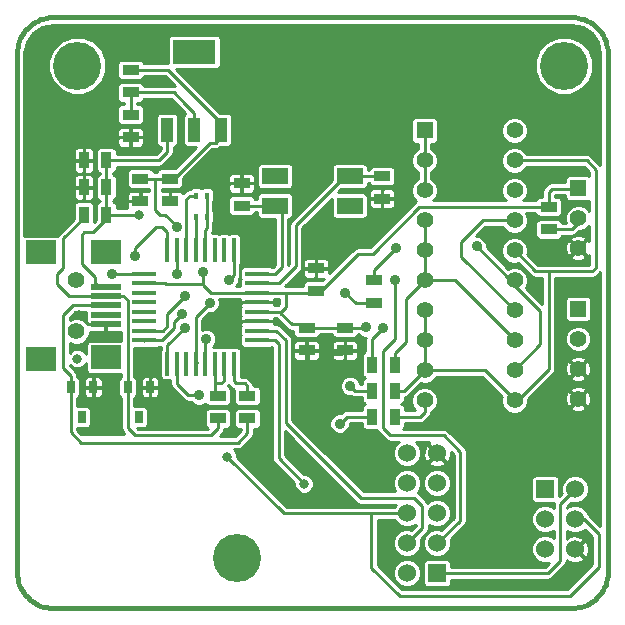
<source format=gtl>
G04 (created by PCBNEW-RS274X (2012-01-19 BZR 3256)-stable) date 21-08-2012 21:52:41*
G01*
G70*
G90*
%MOIN*%
G04 Gerber Fmt 3.4, Leading zero omitted, Abs format*
%FSLAX34Y34*%
G04 APERTURE LIST*
%ADD10C,0.006000*%
%ADD11C,0.015000*%
%ADD12R,0.078700X0.017700*%
%ADD13R,0.017700X0.078700*%
%ADD14R,0.027600X0.039400*%
%ADD15R,0.144000X0.080000*%
%ADD16R,0.040000X0.080000*%
%ADD17R,0.035000X0.055000*%
%ADD18R,0.055000X0.035000*%
%ADD19R,0.098400X0.019600*%
%ADD20R,0.098400X0.078700*%
%ADD21C,0.055400*%
%ADD22R,0.055000X0.055000*%
%ADD23C,0.055000*%
%ADD24R,0.060000X0.060000*%
%ADD25C,0.060000*%
%ADD26R,0.015700X0.023600*%
%ADD27C,0.160000*%
%ADD28R,0.086600X0.055100*%
%ADD29C,0.031500*%
%ADD30C,0.035000*%
%ADD31C,0.010000*%
G04 APERTURE END LIST*
G54D10*
G54D11*
X51378Y-59449D02*
X51480Y-59444D01*
X51583Y-59431D01*
X51683Y-59408D01*
X51781Y-59377D01*
X51877Y-59338D01*
X51968Y-59290D01*
X52055Y-59235D01*
X52137Y-59172D01*
X52213Y-59103D01*
X52282Y-59027D01*
X52345Y-58945D01*
X52400Y-58858D01*
X52448Y-58767D01*
X52487Y-58671D01*
X52518Y-58573D01*
X52541Y-58473D01*
X52554Y-58370D01*
X52559Y-58268D01*
X52559Y-40945D02*
X52554Y-40843D01*
X52541Y-40740D01*
X52518Y-40640D01*
X52487Y-40542D01*
X52448Y-40446D01*
X52400Y-40355D01*
X52345Y-40268D01*
X52282Y-40186D01*
X52213Y-40110D01*
X52137Y-40041D01*
X52055Y-39978D01*
X51968Y-39923D01*
X51877Y-39875D01*
X51781Y-39836D01*
X51683Y-39805D01*
X51583Y-39782D01*
X51480Y-39769D01*
X51378Y-39764D01*
X32874Y-58268D02*
X32879Y-58370D01*
X32892Y-58473D01*
X32915Y-58573D01*
X32946Y-58671D01*
X32985Y-58767D01*
X33033Y-58858D01*
X33088Y-58945D01*
X33151Y-59027D01*
X33220Y-59103D01*
X33296Y-59172D01*
X33378Y-59235D01*
X33465Y-59290D01*
X33556Y-59338D01*
X33652Y-59377D01*
X33750Y-59408D01*
X33850Y-59431D01*
X33953Y-59444D01*
X34055Y-59449D01*
X34055Y-39764D02*
X33953Y-39769D01*
X33850Y-39782D01*
X33750Y-39805D01*
X33652Y-39836D01*
X33556Y-39875D01*
X33465Y-39923D01*
X33378Y-39978D01*
X33296Y-40041D01*
X33220Y-40110D01*
X33151Y-40186D01*
X33088Y-40268D01*
X33033Y-40355D01*
X32985Y-40446D01*
X32946Y-40542D01*
X32915Y-40640D01*
X32892Y-40740D01*
X32879Y-40843D01*
X32874Y-40945D01*
X32874Y-58268D02*
X32874Y-40945D01*
X51378Y-59449D02*
X34055Y-59449D01*
X52559Y-40945D02*
X52559Y-58268D01*
X34055Y-39764D02*
X51378Y-39764D01*
G54D12*
X40873Y-48316D03*
X40873Y-48631D03*
X40873Y-48946D03*
X40873Y-49261D03*
X40873Y-49576D03*
X40873Y-49891D03*
X40873Y-50206D03*
X40873Y-50521D03*
X37107Y-50519D03*
X37107Y-48309D03*
X37107Y-48629D03*
X37107Y-48949D03*
X37107Y-49259D03*
X37107Y-49579D03*
X37107Y-49889D03*
X37107Y-50209D03*
G54D13*
X40089Y-51309D03*
X39775Y-51309D03*
X39459Y-51309D03*
X39145Y-51309D03*
X38829Y-51309D03*
X38515Y-51309D03*
X38199Y-51309D03*
X37885Y-51309D03*
X40087Y-47529D03*
X39777Y-47529D03*
X39457Y-47529D03*
X39147Y-47529D03*
X38837Y-47529D03*
X38517Y-47529D03*
X38197Y-47529D03*
X37877Y-47529D03*
G54D14*
X36929Y-53098D03*
X36554Y-52098D03*
X37304Y-52098D03*
X35039Y-53098D03*
X34664Y-52098D03*
X35414Y-52098D03*
G54D15*
X38781Y-40905D03*
G54D16*
X38781Y-43505D03*
X39681Y-43505D03*
X37881Y-43505D03*
G54D17*
X35848Y-45433D03*
X35098Y-45433D03*
X35847Y-46339D03*
X35097Y-46339D03*
G54D18*
X39567Y-53131D03*
X39567Y-52381D03*
X40551Y-53131D03*
X40551Y-52381D03*
X42520Y-50117D03*
X42520Y-50867D03*
X50591Y-46832D03*
X50591Y-46082D03*
X45040Y-45808D03*
X45040Y-45058D03*
X40354Y-45294D03*
X40354Y-46044D03*
X36655Y-43011D03*
X36655Y-43761D03*
X36655Y-41515D03*
X36655Y-42265D03*
X36982Y-45137D03*
X36982Y-45887D03*
X43799Y-50117D03*
X43799Y-50867D03*
X42835Y-48879D03*
X42835Y-48129D03*
X44764Y-48523D03*
X44764Y-49273D03*
G54D17*
X35848Y-44528D03*
X35098Y-44528D03*
G54D18*
X37966Y-45137D03*
X37966Y-45887D03*
G54D19*
X35827Y-49370D03*
X35827Y-49056D03*
X35827Y-49999D03*
X35827Y-49684D03*
G54D20*
X33662Y-51141D03*
X33662Y-47599D03*
X35827Y-51102D03*
X35827Y-47599D03*
G54D21*
X34843Y-48504D03*
X34843Y-50236D03*
G54D19*
X35827Y-48741D03*
G54D17*
X45454Y-51339D03*
X44704Y-51339D03*
X45454Y-52205D03*
X44704Y-52205D03*
X45454Y-53071D03*
X44704Y-53071D03*
G54D22*
X51575Y-49484D03*
G54D23*
X51575Y-50484D03*
X51575Y-51484D03*
X51575Y-52484D03*
G54D24*
X46878Y-58299D03*
G54D25*
X45878Y-58299D03*
X46878Y-57299D03*
X45878Y-57299D03*
X46878Y-56299D03*
X45878Y-56299D03*
X46878Y-55299D03*
X45878Y-55299D03*
X46878Y-54299D03*
X45878Y-54299D03*
G54D24*
X50484Y-55496D03*
G54D25*
X51484Y-55496D03*
X50484Y-56496D03*
X51484Y-56496D03*
X50484Y-57496D03*
X51484Y-57496D03*
G54D22*
X46453Y-43531D03*
G54D23*
X46453Y-44531D03*
X46453Y-45531D03*
X46453Y-46531D03*
X46453Y-47531D03*
X46453Y-48531D03*
X46453Y-49531D03*
X46453Y-50531D03*
X46453Y-51531D03*
X46453Y-52531D03*
X49453Y-52531D03*
X49453Y-51531D03*
X49453Y-50531D03*
X49453Y-49531D03*
X49453Y-48531D03*
X49453Y-47531D03*
X49453Y-46531D03*
X49453Y-45531D03*
X49453Y-44531D03*
X49453Y-43531D03*
G54D26*
X38839Y-45709D03*
X39193Y-45709D03*
X38839Y-46417D03*
X39193Y-46417D03*
G54D22*
X51575Y-45457D03*
G54D23*
X51575Y-46457D03*
X51575Y-47457D03*
G54D27*
X34882Y-41378D03*
X51103Y-41378D03*
X40197Y-57795D03*
G54D28*
X41477Y-46043D03*
X43957Y-46043D03*
X41477Y-45059D03*
X43957Y-45059D03*
G54D29*
X34882Y-51142D03*
G54D30*
X39921Y-48504D03*
X45473Y-48504D03*
X43819Y-48937D03*
X38465Y-49055D03*
X38386Y-49646D03*
X45079Y-50118D03*
X38465Y-50118D03*
X43977Y-52047D03*
X38937Y-52362D03*
X43622Y-53307D03*
X39077Y-48258D03*
X44488Y-50098D03*
X38189Y-46752D03*
X39291Y-49291D03*
G54D29*
X34921Y-49685D03*
G54D30*
X42559Y-51732D03*
G54D29*
X37244Y-51378D03*
X42756Y-44134D03*
X42835Y-47441D03*
X42441Y-55315D03*
G54D30*
X36811Y-47736D03*
X38189Y-48307D03*
G54D29*
X39882Y-54409D03*
G54D30*
X45512Y-47441D03*
X48189Y-47402D03*
X39173Y-50492D03*
X36026Y-48309D03*
G54D29*
X36929Y-46339D03*
G54D31*
X45473Y-50492D02*
X45473Y-48504D01*
X40087Y-47529D02*
X40087Y-48338D01*
X47638Y-56539D02*
X46878Y-57299D01*
X47087Y-53701D02*
X47638Y-54252D01*
X47638Y-54252D02*
X47638Y-56539D01*
X45079Y-53464D02*
X45316Y-53701D01*
X40087Y-48338D02*
X39921Y-48504D01*
X45079Y-50886D02*
X45473Y-50492D01*
X45316Y-53701D02*
X47087Y-53701D01*
X45079Y-50886D02*
X45079Y-53464D01*
X41833Y-50526D02*
X41513Y-50206D01*
X46378Y-56799D02*
X45878Y-57299D01*
X40873Y-50206D02*
X41513Y-50206D01*
X41829Y-53010D02*
X41833Y-50526D01*
X41829Y-53010D02*
X41829Y-53286D01*
X46378Y-56063D02*
X46378Y-56799D01*
X41829Y-53286D02*
X44330Y-55787D01*
X46102Y-55787D02*
X46378Y-56063D01*
X44330Y-55787D02*
X46102Y-55787D01*
X37874Y-49645D02*
X38425Y-49094D01*
X37095Y-50197D02*
X37107Y-50209D01*
X38425Y-49094D02*
X38426Y-49094D01*
X44155Y-49273D02*
X43819Y-48937D01*
X38426Y-49094D02*
X38465Y-49055D01*
X37734Y-50209D02*
X37107Y-50209D01*
X37874Y-50069D02*
X37874Y-49645D01*
X37734Y-50209D02*
X37874Y-50069D01*
X44764Y-49273D02*
X44155Y-49273D01*
X45079Y-50118D02*
X44704Y-50493D01*
X38110Y-49922D02*
X38386Y-49646D01*
X38110Y-50119D02*
X38110Y-49922D01*
X37710Y-50519D02*
X38110Y-50119D01*
X37087Y-50539D02*
X37107Y-50519D01*
X37107Y-50519D02*
X37710Y-50519D01*
X44704Y-50493D02*
X44704Y-51339D01*
X44704Y-52205D02*
X44135Y-52205D01*
X44135Y-52205D02*
X43977Y-52047D01*
X37885Y-50698D02*
X37885Y-51309D01*
X37885Y-50698D02*
X38465Y-50118D01*
X43622Y-53307D02*
X43858Y-53071D01*
X38426Y-52205D02*
X38583Y-52362D01*
X38425Y-52205D02*
X38426Y-52205D01*
X38199Y-51979D02*
X38425Y-52205D01*
X43858Y-53071D02*
X44704Y-53071D01*
X38199Y-51309D02*
X38199Y-51979D01*
X38583Y-52362D02*
X38937Y-52362D01*
X39488Y-43937D02*
X39681Y-43744D01*
X50690Y-45472D02*
X50690Y-45472D01*
X39681Y-43744D02*
X39681Y-43505D01*
X41466Y-48946D02*
X41831Y-48946D01*
X46536Y-46084D02*
X46279Y-46084D01*
X46279Y-46084D02*
X44725Y-47638D01*
X38091Y-45137D02*
X39291Y-43937D01*
X42403Y-50000D02*
X42520Y-50117D01*
X36982Y-45137D02*
X37480Y-45137D01*
X37480Y-45137D02*
X37966Y-45137D01*
X46890Y-58299D02*
X46878Y-58299D01*
X41831Y-48946D02*
X41920Y-48946D01*
X42520Y-50117D02*
X43799Y-50117D01*
X37966Y-45137D02*
X38091Y-45137D01*
X39681Y-43302D02*
X39681Y-43505D01*
X36655Y-41515D02*
X37894Y-41515D01*
X37894Y-41515D02*
X39681Y-43302D01*
X43010Y-48879D02*
X42835Y-48879D01*
X50591Y-45571D02*
X50591Y-46082D01*
X43799Y-50117D02*
X44469Y-50117D01*
X50591Y-46082D02*
X50670Y-46082D01*
X41634Y-49606D02*
X42028Y-50000D01*
X39681Y-43665D02*
X39681Y-43505D01*
X39291Y-43937D02*
X39488Y-43937D01*
X41831Y-49409D02*
X41634Y-49606D01*
X39077Y-48684D02*
X39339Y-48946D01*
X50690Y-45472D02*
X50591Y-45571D01*
X41831Y-48946D02*
X41831Y-49409D01*
X50690Y-45472D02*
X51560Y-45472D01*
X37638Y-46339D02*
X37480Y-46181D01*
X46536Y-46084D02*
X46496Y-46084D01*
X51560Y-45472D02*
X51575Y-45457D01*
X39077Y-48661D02*
X37835Y-48661D01*
X50984Y-57874D02*
X50984Y-55996D01*
X44725Y-47638D02*
X44251Y-47638D01*
X50473Y-46082D02*
X50591Y-46082D01*
X46878Y-58299D02*
X46890Y-58299D01*
X37795Y-46339D02*
X37638Y-46339D01*
X44251Y-47638D02*
X43640Y-48249D01*
X37480Y-46181D02*
X37480Y-45137D01*
X42028Y-50000D02*
X42403Y-50000D01*
X41634Y-49606D02*
X41664Y-49576D01*
X39077Y-48661D02*
X39077Y-48258D01*
X50591Y-46082D02*
X46536Y-46084D01*
X38189Y-46733D02*
X37795Y-46339D01*
X41920Y-48946D02*
X42768Y-48946D01*
X44469Y-50117D02*
X44488Y-50098D01*
X38189Y-46752D02*
X38189Y-46733D01*
X43640Y-48249D02*
X43010Y-48879D01*
X50559Y-58299D02*
X50984Y-57874D01*
X46890Y-58299D02*
X50559Y-58299D01*
X37803Y-48629D02*
X37835Y-48661D01*
X42768Y-48946D02*
X42835Y-48879D01*
X39077Y-48661D02*
X39077Y-48684D01*
X41664Y-49576D02*
X40873Y-49576D01*
X40873Y-48946D02*
X41466Y-48946D01*
X37107Y-48629D02*
X37803Y-48629D01*
X39339Y-48946D02*
X40873Y-48946D01*
X50984Y-55996D02*
X51484Y-55496D01*
X38829Y-49754D02*
X38878Y-49705D01*
X50591Y-46832D02*
X51360Y-46832D01*
X38878Y-49705D02*
X39272Y-49311D01*
X51360Y-46832D02*
X51575Y-46617D01*
X51575Y-46617D02*
X51575Y-46457D01*
X38878Y-51260D02*
X38829Y-51309D01*
X39272Y-49311D02*
X39291Y-49291D01*
X38829Y-49754D02*
X38829Y-51309D01*
X37304Y-51438D02*
X37244Y-51378D01*
X43307Y-50984D02*
X43682Y-50984D01*
X43799Y-50867D02*
X43682Y-50984D01*
X35235Y-49999D02*
X34921Y-49685D01*
X43307Y-50984D02*
X42559Y-51732D01*
X40000Y-49685D02*
X40206Y-49891D01*
X40000Y-49449D02*
X40000Y-49685D01*
X42559Y-51732D02*
X42559Y-50906D01*
X35827Y-49999D02*
X35235Y-49999D01*
X40873Y-49261D02*
X40188Y-49261D01*
X40188Y-49261D02*
X40000Y-49449D01*
X42835Y-48129D02*
X42835Y-47441D01*
X40206Y-49891D02*
X40873Y-49891D01*
X37304Y-52098D02*
X37304Y-51438D01*
X42559Y-50906D02*
X42520Y-50867D01*
X42835Y-48129D02*
X42854Y-48110D01*
X41587Y-50650D02*
X41587Y-54461D01*
X40873Y-50521D02*
X41458Y-50521D01*
X41458Y-50521D02*
X41587Y-50650D01*
X41587Y-54461D02*
X42441Y-55315D01*
X37877Y-46932D02*
X37877Y-47529D01*
X37877Y-46932D02*
X37697Y-46752D01*
X36811Y-47441D02*
X36811Y-47736D01*
X37697Y-46752D02*
X37500Y-46752D01*
X37500Y-46752D02*
X36811Y-47441D01*
X52264Y-58071D02*
X51290Y-59045D01*
X52264Y-56988D02*
X52264Y-58071D01*
X51290Y-59045D02*
X51280Y-59055D01*
X51772Y-56496D02*
X51484Y-56496D01*
X44685Y-56299D02*
X45878Y-56299D01*
X51772Y-56496D02*
X52264Y-56988D01*
X38197Y-48299D02*
X38189Y-48307D01*
X44685Y-58110D02*
X44685Y-56299D01*
X38197Y-47529D02*
X38197Y-48299D01*
X45620Y-59045D02*
X44685Y-58110D01*
X39882Y-54409D02*
X41772Y-56299D01*
X41772Y-56299D02*
X44685Y-56299D01*
X51290Y-59045D02*
X45620Y-59045D01*
X49453Y-48531D02*
X49453Y-48705D01*
X49318Y-48531D02*
X49453Y-48531D01*
X49453Y-48705D02*
X50315Y-49567D01*
X49476Y-51554D02*
X49453Y-51531D01*
X44764Y-48189D02*
X44764Y-48523D01*
X46453Y-43531D02*
X46453Y-44531D01*
X50315Y-50669D02*
X49453Y-51531D01*
X50315Y-49567D02*
X50315Y-50669D01*
X44863Y-48090D02*
X44764Y-48189D01*
X44863Y-48090D02*
X45512Y-47441D01*
X48189Y-47402D02*
X49318Y-48531D01*
X46453Y-44531D02*
X46453Y-45531D01*
X49555Y-52531D02*
X50591Y-51495D01*
X52047Y-48228D02*
X52165Y-48110D01*
X52165Y-44842D02*
X51854Y-44531D01*
X50150Y-48228D02*
X49453Y-47531D01*
X50591Y-51495D02*
X50591Y-48228D01*
X52165Y-48110D02*
X52165Y-44842D01*
X45779Y-52205D02*
X46453Y-51531D01*
X48453Y-51531D02*
X49453Y-52531D01*
X50591Y-48228D02*
X52047Y-48228D01*
X45454Y-52205D02*
X45779Y-52205D01*
X49453Y-52531D02*
X49555Y-52531D01*
X50591Y-48228D02*
X50150Y-48228D01*
X49453Y-44531D02*
X51854Y-44531D01*
X46453Y-49531D02*
X46453Y-50531D01*
X46453Y-51531D02*
X48453Y-51531D01*
X46453Y-50531D02*
X46453Y-51531D01*
X34213Y-48662D02*
X34607Y-49056D01*
X34213Y-48307D02*
X34213Y-48662D01*
X34409Y-48111D02*
X34213Y-48307D01*
X39509Y-53189D02*
X39567Y-53131D01*
X38977Y-53701D02*
X38997Y-53701D01*
X38977Y-53701D02*
X39331Y-53701D01*
X39331Y-53701D02*
X39567Y-53465D01*
X39567Y-53465D02*
X39567Y-53131D01*
X39467Y-53131D02*
X39567Y-53131D01*
X34607Y-49056D02*
X35827Y-49056D01*
X36554Y-53444D02*
X36554Y-52098D01*
X38977Y-53701D02*
X38386Y-53701D01*
X38386Y-53701D02*
X36811Y-53701D01*
X36554Y-49192D02*
X36418Y-49056D01*
X36418Y-49056D02*
X35827Y-49056D01*
X36554Y-52098D02*
X36554Y-49192D01*
X34409Y-47126D02*
X34409Y-48111D01*
X35097Y-46438D02*
X34409Y-47126D01*
X35097Y-46339D02*
X35097Y-46438D01*
X36811Y-53701D02*
X36554Y-53444D01*
X39145Y-50521D02*
X39173Y-50492D01*
X39145Y-50521D02*
X39145Y-51309D01*
X38839Y-45709D02*
X38621Y-45709D01*
X38839Y-45709D02*
X38839Y-45730D01*
X38517Y-45813D02*
X38517Y-47529D01*
X38621Y-45709D02*
X38517Y-45813D01*
X40453Y-51969D02*
X40551Y-52067D01*
X40089Y-51309D02*
X40089Y-51900D01*
X40089Y-51900D02*
X40158Y-51969D01*
X40551Y-52067D02*
X40551Y-52381D01*
X40158Y-51969D02*
X40453Y-51969D01*
X39666Y-51969D02*
X39459Y-51969D01*
X39764Y-51871D02*
X39666Y-51969D01*
X39459Y-51969D02*
X39469Y-51969D01*
X39459Y-52273D02*
X39567Y-52381D01*
X39459Y-51969D02*
X39459Y-52273D01*
X39775Y-51309D02*
X39764Y-51320D01*
X39459Y-51309D02*
X39459Y-51969D01*
X39764Y-51320D02*
X39764Y-51871D01*
X39469Y-51969D02*
X39459Y-51969D01*
X40873Y-48316D02*
X41481Y-48316D01*
X41697Y-46263D02*
X41477Y-46043D01*
X41697Y-48100D02*
X41697Y-46263D01*
X41476Y-46044D02*
X41477Y-46043D01*
X40354Y-46044D02*
X41476Y-46044D01*
X41481Y-48316D02*
X41697Y-48100D01*
X42166Y-48070D02*
X42166Y-46692D01*
X42166Y-46692D02*
X43799Y-45059D01*
X41605Y-48631D02*
X42166Y-48070D01*
X40873Y-48631D02*
X41605Y-48631D01*
X43799Y-45059D02*
X43957Y-45059D01*
X45040Y-45058D02*
X43958Y-45058D01*
X43958Y-45058D02*
X43957Y-45059D01*
X38839Y-47527D02*
X38837Y-47529D01*
X38839Y-46417D02*
X38839Y-47527D01*
X36655Y-42265D02*
X36655Y-43011D01*
X38092Y-42265D02*
X38465Y-42638D01*
X38781Y-42954D02*
X38781Y-43505D01*
X36655Y-42265D02*
X38092Y-42265D01*
X38781Y-42954D02*
X38465Y-42638D01*
X34664Y-53601D02*
X34664Y-52098D01*
X34725Y-49370D02*
X34409Y-49686D01*
X34409Y-49686D02*
X34409Y-51456D01*
X34409Y-51456D02*
X34664Y-51711D01*
X34664Y-51711D02*
X34664Y-52098D01*
X35827Y-49370D02*
X34725Y-49370D01*
X40551Y-53622D02*
X40236Y-53937D01*
X40236Y-53937D02*
X35000Y-53937D01*
X35000Y-53937D02*
X34664Y-53601D01*
X40551Y-53131D02*
X40551Y-53622D01*
X49453Y-46531D02*
X48390Y-46531D01*
X47677Y-47244D02*
X47677Y-47755D01*
X47677Y-47755D02*
X49453Y-49531D01*
X46453Y-52917D02*
X46299Y-53071D01*
X46453Y-52531D02*
X46453Y-52917D01*
X48390Y-46531D02*
X47677Y-47244D01*
X46299Y-53071D02*
X45454Y-53071D01*
X47453Y-48531D02*
X49453Y-50531D01*
X45454Y-51339D02*
X45454Y-50964D01*
X45827Y-50591D02*
X45827Y-49157D01*
X46453Y-47531D02*
X46453Y-48531D01*
X46453Y-48531D02*
X47453Y-48531D01*
X45454Y-50964D02*
X45827Y-50591D01*
X46453Y-47531D02*
X46453Y-46531D01*
X45827Y-49157D02*
X46453Y-48531D01*
X39193Y-46417D02*
X39193Y-45709D01*
X39147Y-47529D02*
X39147Y-46838D01*
X39193Y-46792D02*
X39193Y-46417D01*
X39147Y-46838D02*
X39193Y-46792D01*
X37107Y-48309D02*
X36026Y-48309D01*
X36026Y-48309D02*
X36024Y-48307D01*
X37881Y-44245D02*
X37881Y-43505D01*
X37598Y-44528D02*
X37881Y-44245D01*
X35039Y-47008D02*
X35039Y-47992D01*
X35848Y-44528D02*
X37598Y-44528D01*
X35848Y-44528D02*
X35848Y-45433D01*
X35848Y-46338D02*
X35847Y-46339D01*
X35848Y-45433D02*
X35848Y-46338D01*
X35847Y-46475D02*
X35393Y-46929D01*
X35393Y-46929D02*
X35118Y-46929D01*
X35118Y-46929D02*
X35039Y-47008D01*
X37881Y-43505D02*
X37974Y-43598D01*
X35039Y-47992D02*
X35472Y-48425D01*
X35472Y-48583D02*
X35472Y-48622D01*
X36929Y-46339D02*
X35847Y-46339D01*
X35847Y-46339D02*
X35847Y-46475D01*
X35591Y-48741D02*
X35827Y-48741D01*
X35472Y-48622D02*
X35591Y-48741D01*
X35472Y-48425D02*
X35472Y-48583D01*
G54D10*
G36*
X35177Y-49841D02*
X35167Y-49867D01*
X35167Y-49932D01*
X35095Y-49860D01*
X34932Y-49792D01*
X34755Y-49792D01*
X34627Y-49844D01*
X34627Y-49776D01*
X34815Y-49588D01*
X35167Y-49588D01*
X35167Y-49619D01*
X35167Y-49815D01*
X35177Y-49841D01*
X35177Y-49841D01*
G37*
G54D31*
X35177Y-49841D02*
X35167Y-49867D01*
X35167Y-49932D01*
X35095Y-49860D01*
X34932Y-49792D01*
X34755Y-49792D01*
X34627Y-49844D01*
X34627Y-49776D01*
X34815Y-49588D01*
X35167Y-49588D01*
X35167Y-49619D01*
X35167Y-49815D01*
X35177Y-49841D01*
G54D10*
G36*
X36336Y-50541D02*
X36286Y-50541D01*
X35302Y-50541D01*
X35240Y-50566D01*
X35193Y-50614D01*
X35167Y-50675D01*
X35167Y-50742D01*
X35167Y-50980D01*
X35158Y-50958D01*
X35067Y-50867D01*
X34947Y-50817D01*
X34818Y-50817D01*
X34698Y-50866D01*
X34627Y-50937D01*
X34627Y-50627D01*
X34754Y-50680D01*
X34931Y-50680D01*
X35094Y-50613D01*
X35219Y-50488D01*
X35287Y-50325D01*
X35287Y-50258D01*
X35302Y-50265D01*
X35776Y-50265D01*
X35818Y-50223D01*
X35818Y-50058D01*
X35818Y-50008D01*
X35818Y-49990D01*
X35836Y-49990D01*
X35836Y-50008D01*
X35836Y-50058D01*
X35836Y-50223D01*
X35878Y-50265D01*
X36336Y-50265D01*
X36336Y-50541D01*
X36336Y-50541D01*
G37*
G54D31*
X36336Y-50541D02*
X36286Y-50541D01*
X35302Y-50541D01*
X35240Y-50566D01*
X35193Y-50614D01*
X35167Y-50675D01*
X35167Y-50742D01*
X35167Y-50980D01*
X35158Y-50958D01*
X35067Y-50867D01*
X34947Y-50817D01*
X34818Y-50817D01*
X34698Y-50866D01*
X34627Y-50937D01*
X34627Y-50627D01*
X34754Y-50680D01*
X34931Y-50680D01*
X35094Y-50613D01*
X35219Y-50488D01*
X35287Y-50325D01*
X35287Y-50258D01*
X35302Y-50265D01*
X35776Y-50265D01*
X35818Y-50223D01*
X35818Y-50058D01*
X35818Y-50008D01*
X35818Y-49990D01*
X35836Y-49990D01*
X35836Y-50008D01*
X35836Y-50058D01*
X35836Y-50223D01*
X35878Y-50265D01*
X36336Y-50265D01*
X36336Y-50541D01*
G54D10*
G36*
X36441Y-53639D02*
X35720Y-53641D01*
X35720Y-52329D01*
X35720Y-52262D01*
X35720Y-52149D01*
X35720Y-52047D01*
X35720Y-51934D01*
X35720Y-51867D01*
X35694Y-51806D01*
X35647Y-51758D01*
X35585Y-51733D01*
X35465Y-51733D01*
X35423Y-51775D01*
X35423Y-52089D01*
X35678Y-52089D01*
X35720Y-52047D01*
X35720Y-52149D01*
X35678Y-52107D01*
X35423Y-52107D01*
X35423Y-52421D01*
X35465Y-52463D01*
X35585Y-52463D01*
X35647Y-52438D01*
X35694Y-52390D01*
X35720Y-52329D01*
X35720Y-53641D01*
X35405Y-53642D01*
X35405Y-52421D01*
X35405Y-52107D01*
X35405Y-52089D01*
X35405Y-51775D01*
X35363Y-51733D01*
X35243Y-51733D01*
X35181Y-51758D01*
X35134Y-51806D01*
X35108Y-51867D01*
X35108Y-51934D01*
X35108Y-52047D01*
X35150Y-52089D01*
X35405Y-52089D01*
X35405Y-52107D01*
X35150Y-52107D01*
X35108Y-52149D01*
X35108Y-52262D01*
X35108Y-52329D01*
X35134Y-52390D01*
X35181Y-52438D01*
X35243Y-52463D01*
X35363Y-52463D01*
X35405Y-52421D01*
X35405Y-53642D01*
X35015Y-53644D01*
X34882Y-53511D01*
X34882Y-53463D01*
X34934Y-53463D01*
X35210Y-53463D01*
X35272Y-53438D01*
X35319Y-53390D01*
X35345Y-53329D01*
X35345Y-53262D01*
X35345Y-52868D01*
X35320Y-52806D01*
X35272Y-52759D01*
X35211Y-52733D01*
X35144Y-52733D01*
X34882Y-52733D01*
X34882Y-52444D01*
X34897Y-52438D01*
X34944Y-52390D01*
X34970Y-52329D01*
X34970Y-52262D01*
X34970Y-51868D01*
X34945Y-51806D01*
X34897Y-51759D01*
X34882Y-51752D01*
X34882Y-51711D01*
X34865Y-51628D01*
X34864Y-51627D01*
X34848Y-51603D01*
X34818Y-51557D01*
X34818Y-51556D01*
X34627Y-51365D01*
X34627Y-51347D01*
X34697Y-51417D01*
X34817Y-51467D01*
X34946Y-51467D01*
X35066Y-51418D01*
X35157Y-51327D01*
X35167Y-51303D01*
X35167Y-51528D01*
X35192Y-51590D01*
X35240Y-51637D01*
X35301Y-51663D01*
X35368Y-51663D01*
X36336Y-51663D01*
X36336Y-51751D01*
X36321Y-51758D01*
X36274Y-51806D01*
X36248Y-51867D01*
X36248Y-51934D01*
X36248Y-52328D01*
X36273Y-52390D01*
X36321Y-52437D01*
X36336Y-52443D01*
X36336Y-53444D01*
X36353Y-53527D01*
X36400Y-53598D01*
X36441Y-53639D01*
X36441Y-53639D01*
G37*
G54D31*
X36441Y-53639D02*
X35720Y-53641D01*
X35720Y-52329D01*
X35720Y-52262D01*
X35720Y-52149D01*
X35720Y-52047D01*
X35720Y-51934D01*
X35720Y-51867D01*
X35694Y-51806D01*
X35647Y-51758D01*
X35585Y-51733D01*
X35465Y-51733D01*
X35423Y-51775D01*
X35423Y-52089D01*
X35678Y-52089D01*
X35720Y-52047D01*
X35720Y-52149D01*
X35678Y-52107D01*
X35423Y-52107D01*
X35423Y-52421D01*
X35465Y-52463D01*
X35585Y-52463D01*
X35647Y-52438D01*
X35694Y-52390D01*
X35720Y-52329D01*
X35720Y-53641D01*
X35405Y-53642D01*
X35405Y-52421D01*
X35405Y-52107D01*
X35405Y-52089D01*
X35405Y-51775D01*
X35363Y-51733D01*
X35243Y-51733D01*
X35181Y-51758D01*
X35134Y-51806D01*
X35108Y-51867D01*
X35108Y-51934D01*
X35108Y-52047D01*
X35150Y-52089D01*
X35405Y-52089D01*
X35405Y-52107D01*
X35150Y-52107D01*
X35108Y-52149D01*
X35108Y-52262D01*
X35108Y-52329D01*
X35134Y-52390D01*
X35181Y-52438D01*
X35243Y-52463D01*
X35363Y-52463D01*
X35405Y-52421D01*
X35405Y-53642D01*
X35015Y-53644D01*
X34882Y-53511D01*
X34882Y-53463D01*
X34934Y-53463D01*
X35210Y-53463D01*
X35272Y-53438D01*
X35319Y-53390D01*
X35345Y-53329D01*
X35345Y-53262D01*
X35345Y-52868D01*
X35320Y-52806D01*
X35272Y-52759D01*
X35211Y-52733D01*
X35144Y-52733D01*
X34882Y-52733D01*
X34882Y-52444D01*
X34897Y-52438D01*
X34944Y-52390D01*
X34970Y-52329D01*
X34970Y-52262D01*
X34970Y-51868D01*
X34945Y-51806D01*
X34897Y-51759D01*
X34882Y-51752D01*
X34882Y-51711D01*
X34865Y-51628D01*
X34864Y-51627D01*
X34848Y-51603D01*
X34818Y-51557D01*
X34818Y-51556D01*
X34627Y-51365D01*
X34627Y-51347D01*
X34697Y-51417D01*
X34817Y-51467D01*
X34946Y-51467D01*
X35066Y-51418D01*
X35157Y-51327D01*
X35167Y-51303D01*
X35167Y-51528D01*
X35192Y-51590D01*
X35240Y-51637D01*
X35301Y-51663D01*
X35368Y-51663D01*
X36336Y-51663D01*
X36336Y-51751D01*
X36321Y-51758D01*
X36274Y-51806D01*
X36248Y-51867D01*
X36248Y-51934D01*
X36248Y-52328D01*
X36273Y-52390D01*
X36321Y-52437D01*
X36336Y-52443D01*
X36336Y-53444D01*
X36353Y-53527D01*
X36400Y-53598D01*
X36441Y-53639D01*
G54D10*
G36*
X51947Y-48010D02*
X51851Y-48010D01*
X51851Y-47746D01*
X51575Y-47470D01*
X51562Y-47483D01*
X51562Y-47457D01*
X51286Y-47181D01*
X51212Y-47205D01*
X51143Y-47363D01*
X51140Y-47535D01*
X51203Y-47696D01*
X51212Y-47709D01*
X51286Y-47733D01*
X51562Y-47457D01*
X51562Y-47483D01*
X51299Y-47746D01*
X51323Y-47820D01*
X51481Y-47889D01*
X51653Y-47892D01*
X51814Y-47829D01*
X51827Y-47820D01*
X51851Y-47746D01*
X51851Y-48010D01*
X50591Y-48010D01*
X50240Y-48010D01*
X49881Y-47651D01*
X49895Y-47619D01*
X49895Y-47443D01*
X49828Y-47281D01*
X49703Y-47156D01*
X49541Y-47089D01*
X49365Y-47089D01*
X49203Y-47156D01*
X49078Y-47281D01*
X49011Y-47443D01*
X49011Y-47619D01*
X49078Y-47781D01*
X49203Y-47906D01*
X49365Y-47973D01*
X49541Y-47973D01*
X49573Y-47959D01*
X49995Y-48382D01*
X49996Y-48382D01*
X50042Y-48412D01*
X50066Y-48428D01*
X50067Y-48429D01*
X50150Y-48446D01*
X50373Y-48446D01*
X50373Y-49317D01*
X49830Y-48774D01*
X49895Y-48619D01*
X49895Y-48443D01*
X49828Y-48281D01*
X49703Y-48156D01*
X49541Y-48089D01*
X49365Y-48089D01*
X49237Y-48141D01*
X48531Y-47435D01*
X48531Y-47334D01*
X48479Y-47208D01*
X48383Y-47112D01*
X48257Y-47060D01*
X48169Y-47060D01*
X48480Y-46749D01*
X49064Y-46749D01*
X49078Y-46781D01*
X49203Y-46906D01*
X49365Y-46973D01*
X49541Y-46973D01*
X49703Y-46906D01*
X49828Y-46781D01*
X49895Y-46619D01*
X49895Y-46443D01*
X49836Y-46302D01*
X50152Y-46302D01*
X50173Y-46352D01*
X50221Y-46399D01*
X50282Y-46425D01*
X50349Y-46425D01*
X50899Y-46425D01*
X50961Y-46400D01*
X51008Y-46352D01*
X51034Y-46291D01*
X51034Y-46224D01*
X51034Y-45874D01*
X51009Y-45812D01*
X50961Y-45765D01*
X50900Y-45739D01*
X50833Y-45739D01*
X50809Y-45739D01*
X50809Y-45690D01*
X51132Y-45690D01*
X51132Y-45765D01*
X51157Y-45827D01*
X51205Y-45874D01*
X51266Y-45900D01*
X51333Y-45900D01*
X51883Y-45900D01*
X51945Y-45875D01*
X51947Y-45872D01*
X51947Y-46204D01*
X51825Y-46082D01*
X51663Y-46015D01*
X51487Y-46015D01*
X51325Y-46082D01*
X51200Y-46207D01*
X51133Y-46369D01*
X51133Y-46545D01*
X51161Y-46614D01*
X51029Y-46614D01*
X51009Y-46562D01*
X50961Y-46515D01*
X50900Y-46489D01*
X50833Y-46489D01*
X50283Y-46489D01*
X50221Y-46514D01*
X50174Y-46562D01*
X50148Y-46623D01*
X50148Y-46690D01*
X50148Y-47040D01*
X50173Y-47102D01*
X50221Y-47149D01*
X50282Y-47175D01*
X50349Y-47175D01*
X50899Y-47175D01*
X50961Y-47150D01*
X51008Y-47102D01*
X51030Y-47050D01*
X51360Y-47050D01*
X51443Y-47033D01*
X51514Y-46986D01*
X51601Y-46899D01*
X51663Y-46899D01*
X51825Y-46832D01*
X51947Y-46710D01*
X51947Y-47218D01*
X51938Y-47205D01*
X51864Y-47181D01*
X51851Y-47194D01*
X51851Y-47168D01*
X51827Y-47094D01*
X51669Y-47025D01*
X51497Y-47022D01*
X51336Y-47085D01*
X51323Y-47094D01*
X51299Y-47168D01*
X51575Y-47444D01*
X51851Y-47168D01*
X51851Y-47194D01*
X51588Y-47457D01*
X51864Y-47733D01*
X51938Y-47709D01*
X51947Y-47688D01*
X51947Y-48010D01*
X51947Y-48010D01*
G37*
G54D31*
X51947Y-48010D02*
X51851Y-48010D01*
X51851Y-47746D01*
X51575Y-47470D01*
X51562Y-47483D01*
X51562Y-47457D01*
X51286Y-47181D01*
X51212Y-47205D01*
X51143Y-47363D01*
X51140Y-47535D01*
X51203Y-47696D01*
X51212Y-47709D01*
X51286Y-47733D01*
X51562Y-47457D01*
X51562Y-47483D01*
X51299Y-47746D01*
X51323Y-47820D01*
X51481Y-47889D01*
X51653Y-47892D01*
X51814Y-47829D01*
X51827Y-47820D01*
X51851Y-47746D01*
X51851Y-48010D01*
X50591Y-48010D01*
X50240Y-48010D01*
X49881Y-47651D01*
X49895Y-47619D01*
X49895Y-47443D01*
X49828Y-47281D01*
X49703Y-47156D01*
X49541Y-47089D01*
X49365Y-47089D01*
X49203Y-47156D01*
X49078Y-47281D01*
X49011Y-47443D01*
X49011Y-47619D01*
X49078Y-47781D01*
X49203Y-47906D01*
X49365Y-47973D01*
X49541Y-47973D01*
X49573Y-47959D01*
X49995Y-48382D01*
X49996Y-48382D01*
X50042Y-48412D01*
X50066Y-48428D01*
X50067Y-48429D01*
X50150Y-48446D01*
X50373Y-48446D01*
X50373Y-49317D01*
X49830Y-48774D01*
X49895Y-48619D01*
X49895Y-48443D01*
X49828Y-48281D01*
X49703Y-48156D01*
X49541Y-48089D01*
X49365Y-48089D01*
X49237Y-48141D01*
X48531Y-47435D01*
X48531Y-47334D01*
X48479Y-47208D01*
X48383Y-47112D01*
X48257Y-47060D01*
X48169Y-47060D01*
X48480Y-46749D01*
X49064Y-46749D01*
X49078Y-46781D01*
X49203Y-46906D01*
X49365Y-46973D01*
X49541Y-46973D01*
X49703Y-46906D01*
X49828Y-46781D01*
X49895Y-46619D01*
X49895Y-46443D01*
X49836Y-46302D01*
X50152Y-46302D01*
X50173Y-46352D01*
X50221Y-46399D01*
X50282Y-46425D01*
X50349Y-46425D01*
X50899Y-46425D01*
X50961Y-46400D01*
X51008Y-46352D01*
X51034Y-46291D01*
X51034Y-46224D01*
X51034Y-45874D01*
X51009Y-45812D01*
X50961Y-45765D01*
X50900Y-45739D01*
X50833Y-45739D01*
X50809Y-45739D01*
X50809Y-45690D01*
X51132Y-45690D01*
X51132Y-45765D01*
X51157Y-45827D01*
X51205Y-45874D01*
X51266Y-45900D01*
X51333Y-45900D01*
X51883Y-45900D01*
X51945Y-45875D01*
X51947Y-45872D01*
X51947Y-46204D01*
X51825Y-46082D01*
X51663Y-46015D01*
X51487Y-46015D01*
X51325Y-46082D01*
X51200Y-46207D01*
X51133Y-46369D01*
X51133Y-46545D01*
X51161Y-46614D01*
X51029Y-46614D01*
X51009Y-46562D01*
X50961Y-46515D01*
X50900Y-46489D01*
X50833Y-46489D01*
X50283Y-46489D01*
X50221Y-46514D01*
X50174Y-46562D01*
X50148Y-46623D01*
X50148Y-46690D01*
X50148Y-47040D01*
X50173Y-47102D01*
X50221Y-47149D01*
X50282Y-47175D01*
X50349Y-47175D01*
X50899Y-47175D01*
X50961Y-47150D01*
X51008Y-47102D01*
X51030Y-47050D01*
X51360Y-47050D01*
X51443Y-47033D01*
X51514Y-46986D01*
X51601Y-46899D01*
X51663Y-46899D01*
X51825Y-46832D01*
X51947Y-46710D01*
X51947Y-47218D01*
X51938Y-47205D01*
X51864Y-47181D01*
X51851Y-47194D01*
X51851Y-47168D01*
X51827Y-47094D01*
X51669Y-47025D01*
X51497Y-47022D01*
X51336Y-47085D01*
X51323Y-47094D01*
X51299Y-47168D01*
X51575Y-47444D01*
X51851Y-47168D01*
X51851Y-47194D01*
X51588Y-47457D01*
X51864Y-47733D01*
X51938Y-47709D01*
X51947Y-47688D01*
X51947Y-48010D01*
G54D10*
G36*
X52316Y-44684D02*
X52070Y-44438D01*
X52070Y-41571D01*
X52070Y-41186D01*
X51923Y-40831D01*
X51651Y-40558D01*
X51296Y-40411D01*
X50911Y-40411D01*
X50556Y-40558D01*
X50283Y-40830D01*
X50136Y-41185D01*
X50136Y-41570D01*
X50283Y-41925D01*
X50555Y-42198D01*
X50910Y-42345D01*
X51295Y-42345D01*
X51650Y-42198D01*
X51923Y-41926D01*
X52070Y-41571D01*
X52070Y-44438D01*
X52008Y-44377D01*
X51937Y-44330D01*
X51854Y-44313D01*
X49895Y-44313D01*
X49895Y-43619D01*
X49895Y-43443D01*
X49828Y-43281D01*
X49703Y-43156D01*
X49541Y-43089D01*
X49365Y-43089D01*
X49203Y-43156D01*
X49078Y-43281D01*
X49011Y-43443D01*
X49011Y-43619D01*
X49078Y-43781D01*
X49203Y-43906D01*
X49365Y-43973D01*
X49541Y-43973D01*
X49703Y-43906D01*
X49828Y-43781D01*
X49895Y-43619D01*
X49895Y-44313D01*
X49841Y-44313D01*
X49828Y-44281D01*
X49703Y-44156D01*
X49541Y-44089D01*
X49365Y-44089D01*
X49203Y-44156D01*
X49078Y-44281D01*
X49011Y-44443D01*
X49011Y-44619D01*
X49078Y-44781D01*
X49203Y-44906D01*
X49365Y-44973D01*
X49541Y-44973D01*
X49703Y-44906D01*
X49828Y-44781D01*
X49841Y-44749D01*
X51763Y-44749D01*
X51947Y-44932D01*
X51947Y-45041D01*
X51945Y-45040D01*
X51884Y-45014D01*
X51817Y-45014D01*
X51267Y-45014D01*
X51205Y-45039D01*
X51158Y-45087D01*
X51132Y-45148D01*
X51132Y-45215D01*
X51132Y-45254D01*
X50690Y-45254D01*
X50607Y-45271D01*
X50536Y-45318D01*
X50437Y-45417D01*
X50390Y-45488D01*
X50373Y-45571D01*
X50373Y-45739D01*
X50283Y-45739D01*
X50221Y-45764D01*
X50174Y-45812D01*
X50150Y-45866D01*
X49743Y-45866D01*
X49828Y-45781D01*
X49895Y-45619D01*
X49895Y-45443D01*
X49828Y-45281D01*
X49703Y-45156D01*
X49541Y-45089D01*
X49365Y-45089D01*
X49203Y-45156D01*
X49078Y-45281D01*
X49011Y-45443D01*
X49011Y-45619D01*
X49078Y-45781D01*
X49163Y-45866D01*
X46743Y-45866D01*
X46828Y-45781D01*
X46895Y-45619D01*
X46895Y-45443D01*
X46828Y-45281D01*
X46703Y-45156D01*
X46671Y-45142D01*
X46671Y-44919D01*
X46703Y-44906D01*
X46828Y-44781D01*
X46895Y-44619D01*
X46895Y-44443D01*
X46828Y-44281D01*
X46703Y-44156D01*
X46671Y-44142D01*
X46671Y-43974D01*
X46761Y-43974D01*
X46823Y-43949D01*
X46870Y-43901D01*
X46896Y-43840D01*
X46896Y-43773D01*
X46896Y-43223D01*
X46871Y-43161D01*
X46823Y-43114D01*
X46762Y-43088D01*
X46695Y-43088D01*
X46145Y-43088D01*
X46083Y-43113D01*
X46036Y-43161D01*
X46010Y-43222D01*
X46010Y-43289D01*
X46010Y-43839D01*
X46035Y-43901D01*
X46083Y-43948D01*
X46144Y-43974D01*
X46211Y-43974D01*
X46235Y-43974D01*
X46235Y-44142D01*
X46203Y-44156D01*
X46078Y-44281D01*
X46011Y-44443D01*
X46011Y-44619D01*
X46078Y-44781D01*
X46203Y-44906D01*
X46235Y-44919D01*
X46235Y-45142D01*
X46203Y-45156D01*
X46078Y-45281D01*
X46011Y-45443D01*
X46011Y-45619D01*
X46078Y-45781D01*
X46186Y-45889D01*
X46171Y-45899D01*
X46124Y-45930D01*
X45483Y-46571D01*
X45483Y-46016D01*
X45483Y-45859D01*
X45483Y-45757D01*
X45483Y-45600D01*
X45458Y-45538D01*
X45410Y-45491D01*
X45349Y-45465D01*
X45282Y-45465D01*
X45091Y-45465D01*
X45049Y-45507D01*
X45049Y-45799D01*
X45441Y-45799D01*
X45483Y-45757D01*
X45483Y-45859D01*
X45441Y-45817D01*
X45049Y-45817D01*
X45049Y-46109D01*
X45091Y-46151D01*
X45282Y-46151D01*
X45349Y-46151D01*
X45410Y-46125D01*
X45458Y-46078D01*
X45483Y-46016D01*
X45483Y-46571D01*
X45031Y-47023D01*
X45031Y-46109D01*
X45031Y-45817D01*
X45031Y-45799D01*
X45031Y-45507D01*
X44989Y-45465D01*
X44798Y-45465D01*
X44731Y-45465D01*
X44670Y-45491D01*
X44622Y-45538D01*
X44597Y-45600D01*
X44597Y-45757D01*
X44639Y-45799D01*
X45031Y-45799D01*
X45031Y-45817D01*
X44639Y-45817D01*
X44597Y-45859D01*
X44597Y-46016D01*
X44622Y-46078D01*
X44670Y-46125D01*
X44731Y-46151D01*
X44798Y-46151D01*
X44989Y-46151D01*
X45031Y-46109D01*
X45031Y-47023D01*
X44634Y-47420D01*
X44251Y-47420D01*
X44168Y-47437D01*
X44097Y-47484D01*
X43486Y-48095D01*
X43485Y-48095D01*
X43485Y-48096D01*
X43278Y-48303D01*
X43278Y-48180D01*
X43278Y-48078D01*
X43278Y-47921D01*
X43253Y-47859D01*
X43205Y-47812D01*
X43144Y-47786D01*
X43077Y-47786D01*
X42886Y-47786D01*
X42844Y-47828D01*
X42844Y-48120D01*
X43236Y-48120D01*
X43278Y-48078D01*
X43278Y-48180D01*
X43236Y-48138D01*
X42844Y-48138D01*
X42844Y-48430D01*
X42886Y-48472D01*
X43077Y-48472D01*
X43109Y-48472D01*
X43045Y-48536D01*
X42826Y-48536D01*
X42826Y-48430D01*
X42826Y-48138D01*
X42826Y-48120D01*
X42826Y-47828D01*
X42784Y-47786D01*
X42593Y-47786D01*
X42526Y-47786D01*
X42465Y-47812D01*
X42417Y-47859D01*
X42392Y-47921D01*
X42392Y-48078D01*
X42434Y-48120D01*
X42826Y-48120D01*
X42826Y-48138D01*
X42434Y-48138D01*
X42392Y-48180D01*
X42392Y-48337D01*
X42417Y-48399D01*
X42465Y-48446D01*
X42526Y-48472D01*
X42593Y-48472D01*
X42784Y-48472D01*
X42826Y-48430D01*
X42826Y-48536D01*
X42527Y-48536D01*
X42465Y-48561D01*
X42418Y-48609D01*
X42392Y-48670D01*
X42392Y-48728D01*
X41920Y-48728D01*
X41831Y-48728D01*
X41816Y-48728D01*
X42320Y-48224D01*
X42367Y-48154D01*
X42367Y-48153D01*
X42384Y-48070D01*
X42384Y-46782D01*
X43356Y-45810D01*
X43356Y-46351D01*
X43381Y-46413D01*
X43429Y-46460D01*
X43490Y-46486D01*
X43557Y-46486D01*
X44423Y-46486D01*
X44485Y-46461D01*
X44532Y-46413D01*
X44558Y-46352D01*
X44558Y-46285D01*
X44558Y-45735D01*
X44533Y-45673D01*
X44485Y-45626D01*
X44424Y-45600D01*
X44357Y-45600D01*
X43566Y-45600D01*
X43664Y-45502D01*
X44423Y-45502D01*
X44485Y-45477D01*
X44532Y-45429D01*
X44558Y-45368D01*
X44558Y-45301D01*
X44558Y-45276D01*
X44601Y-45276D01*
X44622Y-45328D01*
X44670Y-45375D01*
X44731Y-45401D01*
X44798Y-45401D01*
X45348Y-45401D01*
X45410Y-45376D01*
X45457Y-45328D01*
X45483Y-45267D01*
X45483Y-45200D01*
X45483Y-44850D01*
X45458Y-44788D01*
X45410Y-44741D01*
X45349Y-44715D01*
X45282Y-44715D01*
X44732Y-44715D01*
X44670Y-44740D01*
X44623Y-44788D01*
X44600Y-44840D01*
X44558Y-44840D01*
X44558Y-44751D01*
X44533Y-44689D01*
X44485Y-44642D01*
X44424Y-44616D01*
X44357Y-44616D01*
X43491Y-44616D01*
X43429Y-44641D01*
X43382Y-44689D01*
X43356Y-44750D01*
X43356Y-44817D01*
X43356Y-45194D01*
X42012Y-46538D01*
X41965Y-46609D01*
X41948Y-46692D01*
X41948Y-47980D01*
X41915Y-48013D01*
X41915Y-46486D01*
X41943Y-46486D01*
X42005Y-46461D01*
X42052Y-46413D01*
X42078Y-46352D01*
X42078Y-46285D01*
X42078Y-45735D01*
X42078Y-45368D01*
X42078Y-45301D01*
X42078Y-44751D01*
X42053Y-44689D01*
X42005Y-44642D01*
X41944Y-44616D01*
X41877Y-44616D01*
X41011Y-44616D01*
X40949Y-44641D01*
X40902Y-44689D01*
X40876Y-44750D01*
X40876Y-44817D01*
X40876Y-45367D01*
X40901Y-45429D01*
X40949Y-45476D01*
X41010Y-45502D01*
X41077Y-45502D01*
X41943Y-45502D01*
X42005Y-45477D01*
X42052Y-45429D01*
X42078Y-45368D01*
X42078Y-45735D01*
X42053Y-45673D01*
X42005Y-45626D01*
X41944Y-45600D01*
X41877Y-45600D01*
X41011Y-45600D01*
X40949Y-45625D01*
X40902Y-45673D01*
X40876Y-45734D01*
X40876Y-45801D01*
X40876Y-45826D01*
X40797Y-45826D01*
X40797Y-45502D01*
X40797Y-45345D01*
X40797Y-45243D01*
X40797Y-45086D01*
X40772Y-45024D01*
X40724Y-44977D01*
X40663Y-44951D01*
X40596Y-44951D01*
X40405Y-44951D01*
X40363Y-44993D01*
X40363Y-45285D01*
X40755Y-45285D01*
X40797Y-45243D01*
X40797Y-45345D01*
X40755Y-45303D01*
X40363Y-45303D01*
X40363Y-45595D01*
X40405Y-45637D01*
X40596Y-45637D01*
X40663Y-45637D01*
X40724Y-45611D01*
X40772Y-45564D01*
X40797Y-45502D01*
X40797Y-45826D01*
X40792Y-45826D01*
X40772Y-45774D01*
X40724Y-45727D01*
X40663Y-45701D01*
X40596Y-45701D01*
X40345Y-45701D01*
X40345Y-45595D01*
X40345Y-45303D01*
X40345Y-45285D01*
X40345Y-44993D01*
X40303Y-44951D01*
X40112Y-44951D01*
X40045Y-44951D01*
X39984Y-44977D01*
X39936Y-45024D01*
X39911Y-45086D01*
X39911Y-45243D01*
X39953Y-45285D01*
X40345Y-45285D01*
X40345Y-45303D01*
X39953Y-45303D01*
X39911Y-45345D01*
X39911Y-45502D01*
X39936Y-45564D01*
X39984Y-45611D01*
X40045Y-45637D01*
X40112Y-45637D01*
X40303Y-45637D01*
X40345Y-45595D01*
X40345Y-45701D01*
X40046Y-45701D01*
X39984Y-45726D01*
X39937Y-45774D01*
X39911Y-45835D01*
X39911Y-45902D01*
X39911Y-46252D01*
X39936Y-46314D01*
X39984Y-46361D01*
X40045Y-46387D01*
X40112Y-46387D01*
X40662Y-46387D01*
X40724Y-46362D01*
X40771Y-46314D01*
X40793Y-46262D01*
X40876Y-46262D01*
X40876Y-46351D01*
X40901Y-46413D01*
X40949Y-46460D01*
X41010Y-46486D01*
X41077Y-46486D01*
X41479Y-46486D01*
X41479Y-48010D01*
X41391Y-48098D01*
X41373Y-48098D01*
X41361Y-48086D01*
X41300Y-48060D01*
X41233Y-48060D01*
X40447Y-48060D01*
X40385Y-48085D01*
X40338Y-48133D01*
X40312Y-48194D01*
X40312Y-48261D01*
X40312Y-48437D01*
X40326Y-48473D01*
X40312Y-48509D01*
X40312Y-48576D01*
X40312Y-48728D01*
X40181Y-48728D01*
X40211Y-48698D01*
X40263Y-48572D01*
X40263Y-48459D01*
X40263Y-48458D01*
X40271Y-48446D01*
X40287Y-48422D01*
X40288Y-48421D01*
X40304Y-48339D01*
X40305Y-48338D01*
X40305Y-48029D01*
X40317Y-48017D01*
X40343Y-47956D01*
X40343Y-47889D01*
X40343Y-47103D01*
X40318Y-47041D01*
X40270Y-46994D01*
X40209Y-46968D01*
X40142Y-46968D01*
X39966Y-46968D01*
X39931Y-46981D01*
X39899Y-46968D01*
X39832Y-46968D01*
X39656Y-46968D01*
X39616Y-46983D01*
X39579Y-46968D01*
X39512Y-46968D01*
X39365Y-46968D01*
X39365Y-46918D01*
X39394Y-46875D01*
X39411Y-46792D01*
X39411Y-46632D01*
X39413Y-46630D01*
X39439Y-46569D01*
X39439Y-46502D01*
X39439Y-46266D01*
X39414Y-46204D01*
X39411Y-46201D01*
X39411Y-45924D01*
X39413Y-45922D01*
X39439Y-45861D01*
X39439Y-45794D01*
X39439Y-45558D01*
X39414Y-45496D01*
X39366Y-45449D01*
X39305Y-45423D01*
X39238Y-45423D01*
X39082Y-45423D01*
X39020Y-45448D01*
X39015Y-45452D01*
X39012Y-45449D01*
X38951Y-45423D01*
X38884Y-45423D01*
X38728Y-45423D01*
X38666Y-45448D01*
X38623Y-45491D01*
X38621Y-45491D01*
X38538Y-45508D01*
X38467Y-45555D01*
X38390Y-45631D01*
X38384Y-45617D01*
X38336Y-45570D01*
X38275Y-45544D01*
X38208Y-45544D01*
X38017Y-45544D01*
X37975Y-45586D01*
X37975Y-45828D01*
X37975Y-45878D01*
X37975Y-45896D01*
X37957Y-45896D01*
X37957Y-45878D01*
X37957Y-45828D01*
X37957Y-45586D01*
X37915Y-45544D01*
X37724Y-45544D01*
X37698Y-45544D01*
X37698Y-45480D01*
X37724Y-45480D01*
X38274Y-45480D01*
X38336Y-45455D01*
X38383Y-45407D01*
X38409Y-45346D01*
X38409Y-45279D01*
X38409Y-45127D01*
X39381Y-44155D01*
X39488Y-44155D01*
X39571Y-44138D01*
X39642Y-44091D01*
X39660Y-44073D01*
X39914Y-44073D01*
X39976Y-44048D01*
X40023Y-44000D01*
X40049Y-43939D01*
X40049Y-43872D01*
X40049Y-43072D01*
X40024Y-43010D01*
X39976Y-42963D01*
X39915Y-42937D01*
X39848Y-42937D01*
X39624Y-42937D01*
X38160Y-41473D01*
X39534Y-41473D01*
X39596Y-41448D01*
X39643Y-41400D01*
X39669Y-41339D01*
X39669Y-41272D01*
X39669Y-40472D01*
X39644Y-40410D01*
X39596Y-40363D01*
X39535Y-40337D01*
X39468Y-40337D01*
X38028Y-40337D01*
X37966Y-40362D01*
X37919Y-40410D01*
X37893Y-40471D01*
X37893Y-40538D01*
X37893Y-41297D01*
X37093Y-41297D01*
X37073Y-41245D01*
X37025Y-41198D01*
X36964Y-41172D01*
X36897Y-41172D01*
X36347Y-41172D01*
X36285Y-41197D01*
X36238Y-41245D01*
X36212Y-41306D01*
X36212Y-41373D01*
X36212Y-41723D01*
X36237Y-41785D01*
X36285Y-41832D01*
X36346Y-41858D01*
X36413Y-41858D01*
X36963Y-41858D01*
X37025Y-41833D01*
X37072Y-41785D01*
X37094Y-41733D01*
X37804Y-41733D01*
X38124Y-42053D01*
X38092Y-42047D01*
X37093Y-42047D01*
X37073Y-41995D01*
X37025Y-41948D01*
X36964Y-41922D01*
X36897Y-41922D01*
X36347Y-41922D01*
X36285Y-41947D01*
X36238Y-41995D01*
X36212Y-42056D01*
X36212Y-42123D01*
X36212Y-42473D01*
X36237Y-42535D01*
X36285Y-42582D01*
X36346Y-42608D01*
X36413Y-42608D01*
X36437Y-42608D01*
X36437Y-42668D01*
X36347Y-42668D01*
X36285Y-42693D01*
X36238Y-42741D01*
X36212Y-42802D01*
X36212Y-42869D01*
X36212Y-43219D01*
X36237Y-43281D01*
X36285Y-43328D01*
X36346Y-43354D01*
X36413Y-43354D01*
X36963Y-43354D01*
X37025Y-43329D01*
X37072Y-43281D01*
X37098Y-43220D01*
X37098Y-43153D01*
X37098Y-42803D01*
X37073Y-42741D01*
X37025Y-42694D01*
X36964Y-42668D01*
X36897Y-42668D01*
X36873Y-42668D01*
X36873Y-42608D01*
X36963Y-42608D01*
X37025Y-42583D01*
X37072Y-42535D01*
X37094Y-42483D01*
X38001Y-42483D01*
X38310Y-42792D01*
X38311Y-42792D01*
X38312Y-42793D01*
X38483Y-42964D01*
X38439Y-43010D01*
X38413Y-43071D01*
X38413Y-43138D01*
X38413Y-43938D01*
X38438Y-44000D01*
X38486Y-44047D01*
X38547Y-44073D01*
X38614Y-44073D01*
X38847Y-44073D01*
X38126Y-44794D01*
X37658Y-44794D01*
X37596Y-44819D01*
X37549Y-44867D01*
X37526Y-44919D01*
X37480Y-44919D01*
X37420Y-44919D01*
X37400Y-44867D01*
X37352Y-44820D01*
X37291Y-44794D01*
X37224Y-44794D01*
X36674Y-44794D01*
X36612Y-44819D01*
X36565Y-44867D01*
X36539Y-44928D01*
X36539Y-44995D01*
X36539Y-45345D01*
X36564Y-45407D01*
X36612Y-45454D01*
X36673Y-45480D01*
X36740Y-45480D01*
X37262Y-45480D01*
X37262Y-45544D01*
X37224Y-45544D01*
X37033Y-45544D01*
X36991Y-45586D01*
X36991Y-45828D01*
X36991Y-45878D01*
X36991Y-45896D01*
X36973Y-45896D01*
X36973Y-45878D01*
X36973Y-45586D01*
X36931Y-45544D01*
X36740Y-45544D01*
X36673Y-45544D01*
X36612Y-45570D01*
X36564Y-45617D01*
X36539Y-45679D01*
X36539Y-45836D01*
X36581Y-45878D01*
X36973Y-45878D01*
X36973Y-45896D01*
X36923Y-45896D01*
X36581Y-45896D01*
X36539Y-45938D01*
X36539Y-46095D01*
X36549Y-46121D01*
X36190Y-46121D01*
X36190Y-46031D01*
X36165Y-45969D01*
X36117Y-45922D01*
X36066Y-45900D01*
X36066Y-45871D01*
X36118Y-45851D01*
X36165Y-45803D01*
X36191Y-45742D01*
X36191Y-45675D01*
X36191Y-45125D01*
X36166Y-45063D01*
X36118Y-45016D01*
X36066Y-44993D01*
X36066Y-44966D01*
X36118Y-44946D01*
X36165Y-44898D01*
X36191Y-44837D01*
X36191Y-44770D01*
X36191Y-44746D01*
X37598Y-44746D01*
X37681Y-44729D01*
X37752Y-44682D01*
X38035Y-44399D01*
X38082Y-44329D01*
X38082Y-44328D01*
X38099Y-44245D01*
X38099Y-44073D01*
X38114Y-44073D01*
X38176Y-44048D01*
X38223Y-44000D01*
X38249Y-43939D01*
X38249Y-43872D01*
X38249Y-43072D01*
X38224Y-43010D01*
X38176Y-42963D01*
X38115Y-42937D01*
X38048Y-42937D01*
X37648Y-42937D01*
X37586Y-42962D01*
X37539Y-43010D01*
X37513Y-43071D01*
X37513Y-43138D01*
X37513Y-43938D01*
X37538Y-44000D01*
X37586Y-44047D01*
X37647Y-44073D01*
X37663Y-44073D01*
X37663Y-44155D01*
X37508Y-44310D01*
X37098Y-44310D01*
X37098Y-43969D01*
X37098Y-43812D01*
X37098Y-43710D01*
X37098Y-43553D01*
X37073Y-43491D01*
X37025Y-43444D01*
X36964Y-43418D01*
X36897Y-43418D01*
X36706Y-43418D01*
X36664Y-43460D01*
X36664Y-43752D01*
X37056Y-43752D01*
X37098Y-43710D01*
X37098Y-43812D01*
X37056Y-43770D01*
X36664Y-43770D01*
X36664Y-44062D01*
X36706Y-44104D01*
X36897Y-44104D01*
X36964Y-44104D01*
X37025Y-44078D01*
X37073Y-44031D01*
X37098Y-43969D01*
X37098Y-44310D01*
X36646Y-44310D01*
X36646Y-44062D01*
X36646Y-43770D01*
X36646Y-43752D01*
X36646Y-43460D01*
X36604Y-43418D01*
X36413Y-43418D01*
X36346Y-43418D01*
X36285Y-43444D01*
X36237Y-43491D01*
X36212Y-43553D01*
X36212Y-43710D01*
X36254Y-43752D01*
X36646Y-43752D01*
X36646Y-43770D01*
X36254Y-43770D01*
X36212Y-43812D01*
X36212Y-43969D01*
X36237Y-44031D01*
X36285Y-44078D01*
X36346Y-44104D01*
X36413Y-44104D01*
X36604Y-44104D01*
X36646Y-44062D01*
X36646Y-44310D01*
X36191Y-44310D01*
X36191Y-44220D01*
X36166Y-44158D01*
X36118Y-44111D01*
X36057Y-44085D01*
X35990Y-44085D01*
X35849Y-44085D01*
X35849Y-41571D01*
X35849Y-41186D01*
X35702Y-40831D01*
X35430Y-40558D01*
X35075Y-40411D01*
X34690Y-40411D01*
X34335Y-40558D01*
X34062Y-40830D01*
X33915Y-41185D01*
X33915Y-41570D01*
X34062Y-41925D01*
X34334Y-42198D01*
X34689Y-42345D01*
X35074Y-42345D01*
X35429Y-42198D01*
X35702Y-41926D01*
X35849Y-41571D01*
X35849Y-44085D01*
X35640Y-44085D01*
X35578Y-44110D01*
X35531Y-44158D01*
X35505Y-44219D01*
X35505Y-44286D01*
X35505Y-44836D01*
X35530Y-44898D01*
X35578Y-44945D01*
X35630Y-44967D01*
X35630Y-44994D01*
X35578Y-45015D01*
X35531Y-45063D01*
X35505Y-45124D01*
X35505Y-45191D01*
X35505Y-45741D01*
X35530Y-45803D01*
X35578Y-45850D01*
X35630Y-45872D01*
X35630Y-45899D01*
X35577Y-45921D01*
X35530Y-45969D01*
X35504Y-46030D01*
X35504Y-46097D01*
X35504Y-46510D01*
X35441Y-46573D01*
X35441Y-45742D01*
X35441Y-45675D01*
X35441Y-45484D01*
X35441Y-45382D01*
X35441Y-45191D01*
X35441Y-45124D01*
X35441Y-44837D01*
X35441Y-44770D01*
X35441Y-44579D01*
X35441Y-44477D01*
X35441Y-44286D01*
X35441Y-44219D01*
X35415Y-44158D01*
X35368Y-44110D01*
X35306Y-44085D01*
X35149Y-44085D01*
X35107Y-44127D01*
X35107Y-44519D01*
X35399Y-44519D01*
X35441Y-44477D01*
X35441Y-44579D01*
X35399Y-44537D01*
X35107Y-44537D01*
X35107Y-44929D01*
X35149Y-44971D01*
X35306Y-44971D01*
X35368Y-44946D01*
X35415Y-44898D01*
X35441Y-44837D01*
X35441Y-45124D01*
X35415Y-45063D01*
X35368Y-45015D01*
X35306Y-44990D01*
X35149Y-44990D01*
X35107Y-45032D01*
X35107Y-45424D01*
X35399Y-45424D01*
X35441Y-45382D01*
X35441Y-45484D01*
X35399Y-45442D01*
X35107Y-45442D01*
X35107Y-45834D01*
X35149Y-45876D01*
X35306Y-45876D01*
X35368Y-45851D01*
X35415Y-45803D01*
X35441Y-45742D01*
X35441Y-46573D01*
X35440Y-46574D01*
X35440Y-46031D01*
X35415Y-45969D01*
X35367Y-45922D01*
X35306Y-45896D01*
X35239Y-45896D01*
X35089Y-45896D01*
X35089Y-45834D01*
X35089Y-45442D01*
X35089Y-45424D01*
X35089Y-45032D01*
X35089Y-44929D01*
X35089Y-44537D01*
X35089Y-44519D01*
X35089Y-44127D01*
X35047Y-44085D01*
X34890Y-44085D01*
X34828Y-44110D01*
X34781Y-44158D01*
X34755Y-44219D01*
X34755Y-44286D01*
X34755Y-44477D01*
X34797Y-44519D01*
X35089Y-44519D01*
X35089Y-44537D01*
X34797Y-44537D01*
X34755Y-44579D01*
X34755Y-44770D01*
X34755Y-44837D01*
X34781Y-44898D01*
X34828Y-44946D01*
X34890Y-44971D01*
X35047Y-44971D01*
X35089Y-44929D01*
X35089Y-45032D01*
X35047Y-44990D01*
X34890Y-44990D01*
X34828Y-45015D01*
X34781Y-45063D01*
X34755Y-45124D01*
X34755Y-45191D01*
X34755Y-45382D01*
X34797Y-45424D01*
X35089Y-45424D01*
X35089Y-45442D01*
X34797Y-45442D01*
X34755Y-45484D01*
X34755Y-45675D01*
X34755Y-45742D01*
X34781Y-45803D01*
X34828Y-45851D01*
X34890Y-45876D01*
X35047Y-45876D01*
X35089Y-45834D01*
X35089Y-45896D01*
X34889Y-45896D01*
X34827Y-45921D01*
X34780Y-45969D01*
X34754Y-46030D01*
X34754Y-46097D01*
X34754Y-46473D01*
X34255Y-46972D01*
X34208Y-47043D01*
X34207Y-47046D01*
X34188Y-47038D01*
X34121Y-47038D01*
X33137Y-47038D01*
X33117Y-47046D01*
X33117Y-40967D01*
X33192Y-40587D01*
X33396Y-40284D01*
X33696Y-40082D01*
X34076Y-40007D01*
X51355Y-40007D01*
X51735Y-40082D01*
X52038Y-40286D01*
X52240Y-40586D01*
X52316Y-40966D01*
X52316Y-44684D01*
X52316Y-44684D01*
G37*
G54D31*
X52316Y-44684D02*
X52070Y-44438D01*
X52070Y-41571D01*
X52070Y-41186D01*
X51923Y-40831D01*
X51651Y-40558D01*
X51296Y-40411D01*
X50911Y-40411D01*
X50556Y-40558D01*
X50283Y-40830D01*
X50136Y-41185D01*
X50136Y-41570D01*
X50283Y-41925D01*
X50555Y-42198D01*
X50910Y-42345D01*
X51295Y-42345D01*
X51650Y-42198D01*
X51923Y-41926D01*
X52070Y-41571D01*
X52070Y-44438D01*
X52008Y-44377D01*
X51937Y-44330D01*
X51854Y-44313D01*
X49895Y-44313D01*
X49895Y-43619D01*
X49895Y-43443D01*
X49828Y-43281D01*
X49703Y-43156D01*
X49541Y-43089D01*
X49365Y-43089D01*
X49203Y-43156D01*
X49078Y-43281D01*
X49011Y-43443D01*
X49011Y-43619D01*
X49078Y-43781D01*
X49203Y-43906D01*
X49365Y-43973D01*
X49541Y-43973D01*
X49703Y-43906D01*
X49828Y-43781D01*
X49895Y-43619D01*
X49895Y-44313D01*
X49841Y-44313D01*
X49828Y-44281D01*
X49703Y-44156D01*
X49541Y-44089D01*
X49365Y-44089D01*
X49203Y-44156D01*
X49078Y-44281D01*
X49011Y-44443D01*
X49011Y-44619D01*
X49078Y-44781D01*
X49203Y-44906D01*
X49365Y-44973D01*
X49541Y-44973D01*
X49703Y-44906D01*
X49828Y-44781D01*
X49841Y-44749D01*
X51763Y-44749D01*
X51947Y-44932D01*
X51947Y-45041D01*
X51945Y-45040D01*
X51884Y-45014D01*
X51817Y-45014D01*
X51267Y-45014D01*
X51205Y-45039D01*
X51158Y-45087D01*
X51132Y-45148D01*
X51132Y-45215D01*
X51132Y-45254D01*
X50690Y-45254D01*
X50607Y-45271D01*
X50536Y-45318D01*
X50437Y-45417D01*
X50390Y-45488D01*
X50373Y-45571D01*
X50373Y-45739D01*
X50283Y-45739D01*
X50221Y-45764D01*
X50174Y-45812D01*
X50150Y-45866D01*
X49743Y-45866D01*
X49828Y-45781D01*
X49895Y-45619D01*
X49895Y-45443D01*
X49828Y-45281D01*
X49703Y-45156D01*
X49541Y-45089D01*
X49365Y-45089D01*
X49203Y-45156D01*
X49078Y-45281D01*
X49011Y-45443D01*
X49011Y-45619D01*
X49078Y-45781D01*
X49163Y-45866D01*
X46743Y-45866D01*
X46828Y-45781D01*
X46895Y-45619D01*
X46895Y-45443D01*
X46828Y-45281D01*
X46703Y-45156D01*
X46671Y-45142D01*
X46671Y-44919D01*
X46703Y-44906D01*
X46828Y-44781D01*
X46895Y-44619D01*
X46895Y-44443D01*
X46828Y-44281D01*
X46703Y-44156D01*
X46671Y-44142D01*
X46671Y-43974D01*
X46761Y-43974D01*
X46823Y-43949D01*
X46870Y-43901D01*
X46896Y-43840D01*
X46896Y-43773D01*
X46896Y-43223D01*
X46871Y-43161D01*
X46823Y-43114D01*
X46762Y-43088D01*
X46695Y-43088D01*
X46145Y-43088D01*
X46083Y-43113D01*
X46036Y-43161D01*
X46010Y-43222D01*
X46010Y-43289D01*
X46010Y-43839D01*
X46035Y-43901D01*
X46083Y-43948D01*
X46144Y-43974D01*
X46211Y-43974D01*
X46235Y-43974D01*
X46235Y-44142D01*
X46203Y-44156D01*
X46078Y-44281D01*
X46011Y-44443D01*
X46011Y-44619D01*
X46078Y-44781D01*
X46203Y-44906D01*
X46235Y-44919D01*
X46235Y-45142D01*
X46203Y-45156D01*
X46078Y-45281D01*
X46011Y-45443D01*
X46011Y-45619D01*
X46078Y-45781D01*
X46186Y-45889D01*
X46171Y-45899D01*
X46124Y-45930D01*
X45483Y-46571D01*
X45483Y-46016D01*
X45483Y-45859D01*
X45483Y-45757D01*
X45483Y-45600D01*
X45458Y-45538D01*
X45410Y-45491D01*
X45349Y-45465D01*
X45282Y-45465D01*
X45091Y-45465D01*
X45049Y-45507D01*
X45049Y-45799D01*
X45441Y-45799D01*
X45483Y-45757D01*
X45483Y-45859D01*
X45441Y-45817D01*
X45049Y-45817D01*
X45049Y-46109D01*
X45091Y-46151D01*
X45282Y-46151D01*
X45349Y-46151D01*
X45410Y-46125D01*
X45458Y-46078D01*
X45483Y-46016D01*
X45483Y-46571D01*
X45031Y-47023D01*
X45031Y-46109D01*
X45031Y-45817D01*
X45031Y-45799D01*
X45031Y-45507D01*
X44989Y-45465D01*
X44798Y-45465D01*
X44731Y-45465D01*
X44670Y-45491D01*
X44622Y-45538D01*
X44597Y-45600D01*
X44597Y-45757D01*
X44639Y-45799D01*
X45031Y-45799D01*
X45031Y-45817D01*
X44639Y-45817D01*
X44597Y-45859D01*
X44597Y-46016D01*
X44622Y-46078D01*
X44670Y-46125D01*
X44731Y-46151D01*
X44798Y-46151D01*
X44989Y-46151D01*
X45031Y-46109D01*
X45031Y-47023D01*
X44634Y-47420D01*
X44251Y-47420D01*
X44168Y-47437D01*
X44097Y-47484D01*
X43486Y-48095D01*
X43485Y-48095D01*
X43485Y-48096D01*
X43278Y-48303D01*
X43278Y-48180D01*
X43278Y-48078D01*
X43278Y-47921D01*
X43253Y-47859D01*
X43205Y-47812D01*
X43144Y-47786D01*
X43077Y-47786D01*
X42886Y-47786D01*
X42844Y-47828D01*
X42844Y-48120D01*
X43236Y-48120D01*
X43278Y-48078D01*
X43278Y-48180D01*
X43236Y-48138D01*
X42844Y-48138D01*
X42844Y-48430D01*
X42886Y-48472D01*
X43077Y-48472D01*
X43109Y-48472D01*
X43045Y-48536D01*
X42826Y-48536D01*
X42826Y-48430D01*
X42826Y-48138D01*
X42826Y-48120D01*
X42826Y-47828D01*
X42784Y-47786D01*
X42593Y-47786D01*
X42526Y-47786D01*
X42465Y-47812D01*
X42417Y-47859D01*
X42392Y-47921D01*
X42392Y-48078D01*
X42434Y-48120D01*
X42826Y-48120D01*
X42826Y-48138D01*
X42434Y-48138D01*
X42392Y-48180D01*
X42392Y-48337D01*
X42417Y-48399D01*
X42465Y-48446D01*
X42526Y-48472D01*
X42593Y-48472D01*
X42784Y-48472D01*
X42826Y-48430D01*
X42826Y-48536D01*
X42527Y-48536D01*
X42465Y-48561D01*
X42418Y-48609D01*
X42392Y-48670D01*
X42392Y-48728D01*
X41920Y-48728D01*
X41831Y-48728D01*
X41816Y-48728D01*
X42320Y-48224D01*
X42367Y-48154D01*
X42367Y-48153D01*
X42384Y-48070D01*
X42384Y-46782D01*
X43356Y-45810D01*
X43356Y-46351D01*
X43381Y-46413D01*
X43429Y-46460D01*
X43490Y-46486D01*
X43557Y-46486D01*
X44423Y-46486D01*
X44485Y-46461D01*
X44532Y-46413D01*
X44558Y-46352D01*
X44558Y-46285D01*
X44558Y-45735D01*
X44533Y-45673D01*
X44485Y-45626D01*
X44424Y-45600D01*
X44357Y-45600D01*
X43566Y-45600D01*
X43664Y-45502D01*
X44423Y-45502D01*
X44485Y-45477D01*
X44532Y-45429D01*
X44558Y-45368D01*
X44558Y-45301D01*
X44558Y-45276D01*
X44601Y-45276D01*
X44622Y-45328D01*
X44670Y-45375D01*
X44731Y-45401D01*
X44798Y-45401D01*
X45348Y-45401D01*
X45410Y-45376D01*
X45457Y-45328D01*
X45483Y-45267D01*
X45483Y-45200D01*
X45483Y-44850D01*
X45458Y-44788D01*
X45410Y-44741D01*
X45349Y-44715D01*
X45282Y-44715D01*
X44732Y-44715D01*
X44670Y-44740D01*
X44623Y-44788D01*
X44600Y-44840D01*
X44558Y-44840D01*
X44558Y-44751D01*
X44533Y-44689D01*
X44485Y-44642D01*
X44424Y-44616D01*
X44357Y-44616D01*
X43491Y-44616D01*
X43429Y-44641D01*
X43382Y-44689D01*
X43356Y-44750D01*
X43356Y-44817D01*
X43356Y-45194D01*
X42012Y-46538D01*
X41965Y-46609D01*
X41948Y-46692D01*
X41948Y-47980D01*
X41915Y-48013D01*
X41915Y-46486D01*
X41943Y-46486D01*
X42005Y-46461D01*
X42052Y-46413D01*
X42078Y-46352D01*
X42078Y-46285D01*
X42078Y-45735D01*
X42078Y-45368D01*
X42078Y-45301D01*
X42078Y-44751D01*
X42053Y-44689D01*
X42005Y-44642D01*
X41944Y-44616D01*
X41877Y-44616D01*
X41011Y-44616D01*
X40949Y-44641D01*
X40902Y-44689D01*
X40876Y-44750D01*
X40876Y-44817D01*
X40876Y-45367D01*
X40901Y-45429D01*
X40949Y-45476D01*
X41010Y-45502D01*
X41077Y-45502D01*
X41943Y-45502D01*
X42005Y-45477D01*
X42052Y-45429D01*
X42078Y-45368D01*
X42078Y-45735D01*
X42053Y-45673D01*
X42005Y-45626D01*
X41944Y-45600D01*
X41877Y-45600D01*
X41011Y-45600D01*
X40949Y-45625D01*
X40902Y-45673D01*
X40876Y-45734D01*
X40876Y-45801D01*
X40876Y-45826D01*
X40797Y-45826D01*
X40797Y-45502D01*
X40797Y-45345D01*
X40797Y-45243D01*
X40797Y-45086D01*
X40772Y-45024D01*
X40724Y-44977D01*
X40663Y-44951D01*
X40596Y-44951D01*
X40405Y-44951D01*
X40363Y-44993D01*
X40363Y-45285D01*
X40755Y-45285D01*
X40797Y-45243D01*
X40797Y-45345D01*
X40755Y-45303D01*
X40363Y-45303D01*
X40363Y-45595D01*
X40405Y-45637D01*
X40596Y-45637D01*
X40663Y-45637D01*
X40724Y-45611D01*
X40772Y-45564D01*
X40797Y-45502D01*
X40797Y-45826D01*
X40792Y-45826D01*
X40772Y-45774D01*
X40724Y-45727D01*
X40663Y-45701D01*
X40596Y-45701D01*
X40345Y-45701D01*
X40345Y-45595D01*
X40345Y-45303D01*
X40345Y-45285D01*
X40345Y-44993D01*
X40303Y-44951D01*
X40112Y-44951D01*
X40045Y-44951D01*
X39984Y-44977D01*
X39936Y-45024D01*
X39911Y-45086D01*
X39911Y-45243D01*
X39953Y-45285D01*
X40345Y-45285D01*
X40345Y-45303D01*
X39953Y-45303D01*
X39911Y-45345D01*
X39911Y-45502D01*
X39936Y-45564D01*
X39984Y-45611D01*
X40045Y-45637D01*
X40112Y-45637D01*
X40303Y-45637D01*
X40345Y-45595D01*
X40345Y-45701D01*
X40046Y-45701D01*
X39984Y-45726D01*
X39937Y-45774D01*
X39911Y-45835D01*
X39911Y-45902D01*
X39911Y-46252D01*
X39936Y-46314D01*
X39984Y-46361D01*
X40045Y-46387D01*
X40112Y-46387D01*
X40662Y-46387D01*
X40724Y-46362D01*
X40771Y-46314D01*
X40793Y-46262D01*
X40876Y-46262D01*
X40876Y-46351D01*
X40901Y-46413D01*
X40949Y-46460D01*
X41010Y-46486D01*
X41077Y-46486D01*
X41479Y-46486D01*
X41479Y-48010D01*
X41391Y-48098D01*
X41373Y-48098D01*
X41361Y-48086D01*
X41300Y-48060D01*
X41233Y-48060D01*
X40447Y-48060D01*
X40385Y-48085D01*
X40338Y-48133D01*
X40312Y-48194D01*
X40312Y-48261D01*
X40312Y-48437D01*
X40326Y-48473D01*
X40312Y-48509D01*
X40312Y-48576D01*
X40312Y-48728D01*
X40181Y-48728D01*
X40211Y-48698D01*
X40263Y-48572D01*
X40263Y-48459D01*
X40263Y-48458D01*
X40271Y-48446D01*
X40287Y-48422D01*
X40288Y-48421D01*
X40304Y-48339D01*
X40305Y-48338D01*
X40305Y-48029D01*
X40317Y-48017D01*
X40343Y-47956D01*
X40343Y-47889D01*
X40343Y-47103D01*
X40318Y-47041D01*
X40270Y-46994D01*
X40209Y-46968D01*
X40142Y-46968D01*
X39966Y-46968D01*
X39931Y-46981D01*
X39899Y-46968D01*
X39832Y-46968D01*
X39656Y-46968D01*
X39616Y-46983D01*
X39579Y-46968D01*
X39512Y-46968D01*
X39365Y-46968D01*
X39365Y-46918D01*
X39394Y-46875D01*
X39411Y-46792D01*
X39411Y-46632D01*
X39413Y-46630D01*
X39439Y-46569D01*
X39439Y-46502D01*
X39439Y-46266D01*
X39414Y-46204D01*
X39411Y-46201D01*
X39411Y-45924D01*
X39413Y-45922D01*
X39439Y-45861D01*
X39439Y-45794D01*
X39439Y-45558D01*
X39414Y-45496D01*
X39366Y-45449D01*
X39305Y-45423D01*
X39238Y-45423D01*
X39082Y-45423D01*
X39020Y-45448D01*
X39015Y-45452D01*
X39012Y-45449D01*
X38951Y-45423D01*
X38884Y-45423D01*
X38728Y-45423D01*
X38666Y-45448D01*
X38623Y-45491D01*
X38621Y-45491D01*
X38538Y-45508D01*
X38467Y-45555D01*
X38390Y-45631D01*
X38384Y-45617D01*
X38336Y-45570D01*
X38275Y-45544D01*
X38208Y-45544D01*
X38017Y-45544D01*
X37975Y-45586D01*
X37975Y-45828D01*
X37975Y-45878D01*
X37975Y-45896D01*
X37957Y-45896D01*
X37957Y-45878D01*
X37957Y-45828D01*
X37957Y-45586D01*
X37915Y-45544D01*
X37724Y-45544D01*
X37698Y-45544D01*
X37698Y-45480D01*
X37724Y-45480D01*
X38274Y-45480D01*
X38336Y-45455D01*
X38383Y-45407D01*
X38409Y-45346D01*
X38409Y-45279D01*
X38409Y-45127D01*
X39381Y-44155D01*
X39488Y-44155D01*
X39571Y-44138D01*
X39642Y-44091D01*
X39660Y-44073D01*
X39914Y-44073D01*
X39976Y-44048D01*
X40023Y-44000D01*
X40049Y-43939D01*
X40049Y-43872D01*
X40049Y-43072D01*
X40024Y-43010D01*
X39976Y-42963D01*
X39915Y-42937D01*
X39848Y-42937D01*
X39624Y-42937D01*
X38160Y-41473D01*
X39534Y-41473D01*
X39596Y-41448D01*
X39643Y-41400D01*
X39669Y-41339D01*
X39669Y-41272D01*
X39669Y-40472D01*
X39644Y-40410D01*
X39596Y-40363D01*
X39535Y-40337D01*
X39468Y-40337D01*
X38028Y-40337D01*
X37966Y-40362D01*
X37919Y-40410D01*
X37893Y-40471D01*
X37893Y-40538D01*
X37893Y-41297D01*
X37093Y-41297D01*
X37073Y-41245D01*
X37025Y-41198D01*
X36964Y-41172D01*
X36897Y-41172D01*
X36347Y-41172D01*
X36285Y-41197D01*
X36238Y-41245D01*
X36212Y-41306D01*
X36212Y-41373D01*
X36212Y-41723D01*
X36237Y-41785D01*
X36285Y-41832D01*
X36346Y-41858D01*
X36413Y-41858D01*
X36963Y-41858D01*
X37025Y-41833D01*
X37072Y-41785D01*
X37094Y-41733D01*
X37804Y-41733D01*
X38124Y-42053D01*
X38092Y-42047D01*
X37093Y-42047D01*
X37073Y-41995D01*
X37025Y-41948D01*
X36964Y-41922D01*
X36897Y-41922D01*
X36347Y-41922D01*
X36285Y-41947D01*
X36238Y-41995D01*
X36212Y-42056D01*
X36212Y-42123D01*
X36212Y-42473D01*
X36237Y-42535D01*
X36285Y-42582D01*
X36346Y-42608D01*
X36413Y-42608D01*
X36437Y-42608D01*
X36437Y-42668D01*
X36347Y-42668D01*
X36285Y-42693D01*
X36238Y-42741D01*
X36212Y-42802D01*
X36212Y-42869D01*
X36212Y-43219D01*
X36237Y-43281D01*
X36285Y-43328D01*
X36346Y-43354D01*
X36413Y-43354D01*
X36963Y-43354D01*
X37025Y-43329D01*
X37072Y-43281D01*
X37098Y-43220D01*
X37098Y-43153D01*
X37098Y-42803D01*
X37073Y-42741D01*
X37025Y-42694D01*
X36964Y-42668D01*
X36897Y-42668D01*
X36873Y-42668D01*
X36873Y-42608D01*
X36963Y-42608D01*
X37025Y-42583D01*
X37072Y-42535D01*
X37094Y-42483D01*
X38001Y-42483D01*
X38310Y-42792D01*
X38311Y-42792D01*
X38312Y-42793D01*
X38483Y-42964D01*
X38439Y-43010D01*
X38413Y-43071D01*
X38413Y-43138D01*
X38413Y-43938D01*
X38438Y-44000D01*
X38486Y-44047D01*
X38547Y-44073D01*
X38614Y-44073D01*
X38847Y-44073D01*
X38126Y-44794D01*
X37658Y-44794D01*
X37596Y-44819D01*
X37549Y-44867D01*
X37526Y-44919D01*
X37480Y-44919D01*
X37420Y-44919D01*
X37400Y-44867D01*
X37352Y-44820D01*
X37291Y-44794D01*
X37224Y-44794D01*
X36674Y-44794D01*
X36612Y-44819D01*
X36565Y-44867D01*
X36539Y-44928D01*
X36539Y-44995D01*
X36539Y-45345D01*
X36564Y-45407D01*
X36612Y-45454D01*
X36673Y-45480D01*
X36740Y-45480D01*
X37262Y-45480D01*
X37262Y-45544D01*
X37224Y-45544D01*
X37033Y-45544D01*
X36991Y-45586D01*
X36991Y-45828D01*
X36991Y-45878D01*
X36991Y-45896D01*
X36973Y-45896D01*
X36973Y-45878D01*
X36973Y-45586D01*
X36931Y-45544D01*
X36740Y-45544D01*
X36673Y-45544D01*
X36612Y-45570D01*
X36564Y-45617D01*
X36539Y-45679D01*
X36539Y-45836D01*
X36581Y-45878D01*
X36973Y-45878D01*
X36973Y-45896D01*
X36923Y-45896D01*
X36581Y-45896D01*
X36539Y-45938D01*
X36539Y-46095D01*
X36549Y-46121D01*
X36190Y-46121D01*
X36190Y-46031D01*
X36165Y-45969D01*
X36117Y-45922D01*
X36066Y-45900D01*
X36066Y-45871D01*
X36118Y-45851D01*
X36165Y-45803D01*
X36191Y-45742D01*
X36191Y-45675D01*
X36191Y-45125D01*
X36166Y-45063D01*
X36118Y-45016D01*
X36066Y-44993D01*
X36066Y-44966D01*
X36118Y-44946D01*
X36165Y-44898D01*
X36191Y-44837D01*
X36191Y-44770D01*
X36191Y-44746D01*
X37598Y-44746D01*
X37681Y-44729D01*
X37752Y-44682D01*
X38035Y-44399D01*
X38082Y-44329D01*
X38082Y-44328D01*
X38099Y-44245D01*
X38099Y-44073D01*
X38114Y-44073D01*
X38176Y-44048D01*
X38223Y-44000D01*
X38249Y-43939D01*
X38249Y-43872D01*
X38249Y-43072D01*
X38224Y-43010D01*
X38176Y-42963D01*
X38115Y-42937D01*
X38048Y-42937D01*
X37648Y-42937D01*
X37586Y-42962D01*
X37539Y-43010D01*
X37513Y-43071D01*
X37513Y-43138D01*
X37513Y-43938D01*
X37538Y-44000D01*
X37586Y-44047D01*
X37647Y-44073D01*
X37663Y-44073D01*
X37663Y-44155D01*
X37508Y-44310D01*
X37098Y-44310D01*
X37098Y-43969D01*
X37098Y-43812D01*
X37098Y-43710D01*
X37098Y-43553D01*
X37073Y-43491D01*
X37025Y-43444D01*
X36964Y-43418D01*
X36897Y-43418D01*
X36706Y-43418D01*
X36664Y-43460D01*
X36664Y-43752D01*
X37056Y-43752D01*
X37098Y-43710D01*
X37098Y-43812D01*
X37056Y-43770D01*
X36664Y-43770D01*
X36664Y-44062D01*
X36706Y-44104D01*
X36897Y-44104D01*
X36964Y-44104D01*
X37025Y-44078D01*
X37073Y-44031D01*
X37098Y-43969D01*
X37098Y-44310D01*
X36646Y-44310D01*
X36646Y-44062D01*
X36646Y-43770D01*
X36646Y-43752D01*
X36646Y-43460D01*
X36604Y-43418D01*
X36413Y-43418D01*
X36346Y-43418D01*
X36285Y-43444D01*
X36237Y-43491D01*
X36212Y-43553D01*
X36212Y-43710D01*
X36254Y-43752D01*
X36646Y-43752D01*
X36646Y-43770D01*
X36254Y-43770D01*
X36212Y-43812D01*
X36212Y-43969D01*
X36237Y-44031D01*
X36285Y-44078D01*
X36346Y-44104D01*
X36413Y-44104D01*
X36604Y-44104D01*
X36646Y-44062D01*
X36646Y-44310D01*
X36191Y-44310D01*
X36191Y-44220D01*
X36166Y-44158D01*
X36118Y-44111D01*
X36057Y-44085D01*
X35990Y-44085D01*
X35849Y-44085D01*
X35849Y-41571D01*
X35849Y-41186D01*
X35702Y-40831D01*
X35430Y-40558D01*
X35075Y-40411D01*
X34690Y-40411D01*
X34335Y-40558D01*
X34062Y-40830D01*
X33915Y-41185D01*
X33915Y-41570D01*
X34062Y-41925D01*
X34334Y-42198D01*
X34689Y-42345D01*
X35074Y-42345D01*
X35429Y-42198D01*
X35702Y-41926D01*
X35849Y-41571D01*
X35849Y-44085D01*
X35640Y-44085D01*
X35578Y-44110D01*
X35531Y-44158D01*
X35505Y-44219D01*
X35505Y-44286D01*
X35505Y-44836D01*
X35530Y-44898D01*
X35578Y-44945D01*
X35630Y-44967D01*
X35630Y-44994D01*
X35578Y-45015D01*
X35531Y-45063D01*
X35505Y-45124D01*
X35505Y-45191D01*
X35505Y-45741D01*
X35530Y-45803D01*
X35578Y-45850D01*
X35630Y-45872D01*
X35630Y-45899D01*
X35577Y-45921D01*
X35530Y-45969D01*
X35504Y-46030D01*
X35504Y-46097D01*
X35504Y-46510D01*
X35441Y-46573D01*
X35441Y-45742D01*
X35441Y-45675D01*
X35441Y-45484D01*
X35441Y-45382D01*
X35441Y-45191D01*
X35441Y-45124D01*
X35441Y-44837D01*
X35441Y-44770D01*
X35441Y-44579D01*
X35441Y-44477D01*
X35441Y-44286D01*
X35441Y-44219D01*
X35415Y-44158D01*
X35368Y-44110D01*
X35306Y-44085D01*
X35149Y-44085D01*
X35107Y-44127D01*
X35107Y-44519D01*
X35399Y-44519D01*
X35441Y-44477D01*
X35441Y-44579D01*
X35399Y-44537D01*
X35107Y-44537D01*
X35107Y-44929D01*
X35149Y-44971D01*
X35306Y-44971D01*
X35368Y-44946D01*
X35415Y-44898D01*
X35441Y-44837D01*
X35441Y-45124D01*
X35415Y-45063D01*
X35368Y-45015D01*
X35306Y-44990D01*
X35149Y-44990D01*
X35107Y-45032D01*
X35107Y-45424D01*
X35399Y-45424D01*
X35441Y-45382D01*
X35441Y-45484D01*
X35399Y-45442D01*
X35107Y-45442D01*
X35107Y-45834D01*
X35149Y-45876D01*
X35306Y-45876D01*
X35368Y-45851D01*
X35415Y-45803D01*
X35441Y-45742D01*
X35441Y-46573D01*
X35440Y-46574D01*
X35440Y-46031D01*
X35415Y-45969D01*
X35367Y-45922D01*
X35306Y-45896D01*
X35239Y-45896D01*
X35089Y-45896D01*
X35089Y-45834D01*
X35089Y-45442D01*
X35089Y-45424D01*
X35089Y-45032D01*
X35089Y-44929D01*
X35089Y-44537D01*
X35089Y-44519D01*
X35089Y-44127D01*
X35047Y-44085D01*
X34890Y-44085D01*
X34828Y-44110D01*
X34781Y-44158D01*
X34755Y-44219D01*
X34755Y-44286D01*
X34755Y-44477D01*
X34797Y-44519D01*
X35089Y-44519D01*
X35089Y-44537D01*
X34797Y-44537D01*
X34755Y-44579D01*
X34755Y-44770D01*
X34755Y-44837D01*
X34781Y-44898D01*
X34828Y-44946D01*
X34890Y-44971D01*
X35047Y-44971D01*
X35089Y-44929D01*
X35089Y-45032D01*
X35047Y-44990D01*
X34890Y-44990D01*
X34828Y-45015D01*
X34781Y-45063D01*
X34755Y-45124D01*
X34755Y-45191D01*
X34755Y-45382D01*
X34797Y-45424D01*
X35089Y-45424D01*
X35089Y-45442D01*
X34797Y-45442D01*
X34755Y-45484D01*
X34755Y-45675D01*
X34755Y-45742D01*
X34781Y-45803D01*
X34828Y-45851D01*
X34890Y-45876D01*
X35047Y-45876D01*
X35089Y-45834D01*
X35089Y-45896D01*
X34889Y-45896D01*
X34827Y-45921D01*
X34780Y-45969D01*
X34754Y-46030D01*
X34754Y-46097D01*
X34754Y-46473D01*
X34255Y-46972D01*
X34208Y-47043D01*
X34207Y-47046D01*
X34188Y-47038D01*
X34121Y-47038D01*
X33137Y-47038D01*
X33117Y-47046D01*
X33117Y-40967D01*
X33192Y-40587D01*
X33396Y-40284D01*
X33696Y-40082D01*
X34076Y-40007D01*
X51355Y-40007D01*
X51735Y-40082D01*
X52038Y-40286D01*
X52240Y-40586D01*
X52316Y-40966D01*
X52316Y-44684D01*
G54D10*
G36*
X52316Y-56731D02*
X52018Y-56433D01*
X52018Y-49793D01*
X52018Y-49726D01*
X52018Y-49176D01*
X51993Y-49114D01*
X51945Y-49067D01*
X51884Y-49041D01*
X51817Y-49041D01*
X51267Y-49041D01*
X51205Y-49066D01*
X51158Y-49114D01*
X51132Y-49175D01*
X51132Y-49242D01*
X51132Y-49792D01*
X51157Y-49854D01*
X51205Y-49901D01*
X51266Y-49927D01*
X51333Y-49927D01*
X51883Y-49927D01*
X51945Y-49902D01*
X51992Y-49854D01*
X52018Y-49793D01*
X52018Y-56433D01*
X52017Y-56432D01*
X52017Y-50572D01*
X52017Y-50396D01*
X51950Y-50234D01*
X51825Y-50109D01*
X51663Y-50042D01*
X51487Y-50042D01*
X51325Y-50109D01*
X51200Y-50234D01*
X51133Y-50396D01*
X51133Y-50572D01*
X51200Y-50734D01*
X51325Y-50859D01*
X51487Y-50926D01*
X51663Y-50926D01*
X51825Y-50859D01*
X51950Y-50734D01*
X52017Y-50572D01*
X52017Y-56432D01*
X52010Y-56425D01*
X52010Y-52406D01*
X52010Y-51406D01*
X51947Y-51245D01*
X51938Y-51232D01*
X51864Y-51208D01*
X51851Y-51221D01*
X51851Y-51195D01*
X51827Y-51121D01*
X51669Y-51052D01*
X51497Y-51049D01*
X51336Y-51112D01*
X51323Y-51121D01*
X51299Y-51195D01*
X51575Y-51471D01*
X51851Y-51195D01*
X51851Y-51221D01*
X51588Y-51484D01*
X51864Y-51760D01*
X51938Y-51736D01*
X52007Y-51578D01*
X52010Y-51406D01*
X52010Y-52406D01*
X51947Y-52245D01*
X51938Y-52232D01*
X51864Y-52208D01*
X51851Y-52221D01*
X51851Y-52195D01*
X51851Y-51773D01*
X51575Y-51497D01*
X51562Y-51510D01*
X51562Y-51484D01*
X51286Y-51208D01*
X51212Y-51232D01*
X51143Y-51390D01*
X51140Y-51562D01*
X51203Y-51723D01*
X51212Y-51736D01*
X51286Y-51760D01*
X51562Y-51484D01*
X51562Y-51510D01*
X51299Y-51773D01*
X51323Y-51847D01*
X51481Y-51916D01*
X51653Y-51919D01*
X51814Y-51856D01*
X51827Y-51847D01*
X51851Y-51773D01*
X51851Y-52195D01*
X51827Y-52121D01*
X51669Y-52052D01*
X51497Y-52049D01*
X51336Y-52112D01*
X51323Y-52121D01*
X51299Y-52195D01*
X51575Y-52471D01*
X51851Y-52195D01*
X51851Y-52221D01*
X51588Y-52484D01*
X51864Y-52760D01*
X51938Y-52736D01*
X52007Y-52578D01*
X52010Y-52406D01*
X52010Y-56425D01*
X51927Y-56343D01*
X51926Y-56342D01*
X51881Y-56231D01*
X51749Y-56099D01*
X51577Y-56028D01*
X51391Y-56028D01*
X51219Y-56099D01*
X51202Y-56116D01*
X51202Y-56086D01*
X51343Y-55944D01*
X51391Y-55964D01*
X51577Y-55964D01*
X51749Y-55893D01*
X51881Y-55761D01*
X51952Y-55589D01*
X51952Y-55403D01*
X51881Y-55231D01*
X51851Y-55201D01*
X51851Y-52773D01*
X51575Y-52497D01*
X51562Y-52510D01*
X51562Y-52484D01*
X51286Y-52208D01*
X51212Y-52232D01*
X51143Y-52390D01*
X51140Y-52562D01*
X51203Y-52723D01*
X51212Y-52736D01*
X51286Y-52760D01*
X51562Y-52484D01*
X51562Y-52510D01*
X51299Y-52773D01*
X51323Y-52847D01*
X51481Y-52916D01*
X51653Y-52919D01*
X51814Y-52856D01*
X51827Y-52847D01*
X51851Y-52773D01*
X51851Y-55201D01*
X51749Y-55099D01*
X51577Y-55028D01*
X51391Y-55028D01*
X51219Y-55099D01*
X51087Y-55231D01*
X51016Y-55403D01*
X51016Y-55589D01*
X51035Y-55636D01*
X50952Y-55720D01*
X50952Y-55163D01*
X50927Y-55101D01*
X50879Y-55054D01*
X50818Y-55028D01*
X50751Y-55028D01*
X50151Y-55028D01*
X50089Y-55053D01*
X50042Y-55101D01*
X50016Y-55162D01*
X50016Y-55229D01*
X50016Y-55829D01*
X50041Y-55891D01*
X50089Y-55938D01*
X50150Y-55964D01*
X50217Y-55964D01*
X50772Y-55964D01*
X50766Y-55996D01*
X50766Y-56116D01*
X50749Y-56099D01*
X50577Y-56028D01*
X50391Y-56028D01*
X50219Y-56099D01*
X50087Y-56231D01*
X50016Y-56403D01*
X50016Y-56589D01*
X50087Y-56761D01*
X50219Y-56893D01*
X50391Y-56964D01*
X50577Y-56964D01*
X50749Y-56893D01*
X50766Y-56876D01*
X50766Y-57116D01*
X50749Y-57099D01*
X50577Y-57028D01*
X50391Y-57028D01*
X50219Y-57099D01*
X50087Y-57231D01*
X50016Y-57403D01*
X50016Y-57589D01*
X50087Y-57761D01*
X50219Y-57893D01*
X50391Y-57964D01*
X50577Y-57964D01*
X50592Y-57957D01*
X50469Y-58081D01*
X47346Y-58081D01*
X47346Y-57966D01*
X47321Y-57904D01*
X47273Y-57857D01*
X47212Y-57831D01*
X47145Y-57831D01*
X46545Y-57831D01*
X46483Y-57856D01*
X46436Y-57904D01*
X46410Y-57965D01*
X46410Y-58032D01*
X46410Y-58632D01*
X46435Y-58694D01*
X46483Y-58741D01*
X46544Y-58767D01*
X46611Y-58767D01*
X47211Y-58767D01*
X47273Y-58742D01*
X47320Y-58694D01*
X47346Y-58633D01*
X47346Y-58566D01*
X47346Y-58517D01*
X50559Y-58517D01*
X50642Y-58500D01*
X50713Y-58453D01*
X51138Y-58028D01*
X51185Y-57957D01*
X51202Y-57874D01*
X51202Y-57861D01*
X51208Y-57854D01*
X51217Y-57879D01*
X51384Y-57953D01*
X51566Y-57957D01*
X51736Y-57891D01*
X51751Y-57879D01*
X51778Y-57803D01*
X51519Y-57544D01*
X51484Y-57509D01*
X51471Y-57496D01*
X51484Y-57483D01*
X51519Y-57448D01*
X51778Y-57189D01*
X51751Y-57113D01*
X51584Y-57039D01*
X51402Y-57035D01*
X51232Y-57101D01*
X51217Y-57113D01*
X51208Y-57137D01*
X51202Y-57131D01*
X51202Y-56876D01*
X51219Y-56893D01*
X51391Y-56964D01*
X51577Y-56964D01*
X51749Y-56893D01*
X51804Y-56837D01*
X52046Y-57078D01*
X52046Y-57981D01*
X51945Y-58082D01*
X51945Y-57414D01*
X51879Y-57244D01*
X51867Y-57229D01*
X51791Y-57202D01*
X51497Y-57496D01*
X51791Y-57790D01*
X51867Y-57763D01*
X51941Y-57596D01*
X51945Y-57414D01*
X51945Y-58082D01*
X51200Y-58827D01*
X46346Y-58827D01*
X46346Y-58392D01*
X46346Y-58206D01*
X46275Y-58034D01*
X46143Y-57902D01*
X45971Y-57831D01*
X45785Y-57831D01*
X45613Y-57902D01*
X45481Y-58034D01*
X45410Y-58206D01*
X45410Y-58392D01*
X45481Y-58564D01*
X45613Y-58696D01*
X45785Y-58767D01*
X45971Y-58767D01*
X46143Y-58696D01*
X46275Y-58564D01*
X46346Y-58392D01*
X46346Y-58827D01*
X45710Y-58827D01*
X44903Y-58020D01*
X44903Y-56517D01*
X45461Y-56517D01*
X45481Y-56564D01*
X45613Y-56696D01*
X45785Y-56767D01*
X45971Y-56767D01*
X46143Y-56696D01*
X46160Y-56679D01*
X46160Y-56709D01*
X46018Y-56850D01*
X45971Y-56831D01*
X45785Y-56831D01*
X45613Y-56902D01*
X45481Y-57034D01*
X45410Y-57206D01*
X45410Y-57392D01*
X45481Y-57564D01*
X45613Y-57696D01*
X45785Y-57767D01*
X45971Y-57767D01*
X46143Y-57696D01*
X46275Y-57564D01*
X46346Y-57392D01*
X46346Y-57206D01*
X46326Y-57158D01*
X46532Y-56953D01*
X46579Y-56883D01*
X46579Y-56882D01*
X46596Y-56799D01*
X46596Y-56679D01*
X46613Y-56696D01*
X46785Y-56767D01*
X46971Y-56767D01*
X47143Y-56696D01*
X47275Y-56564D01*
X47346Y-56392D01*
X47346Y-56206D01*
X47346Y-55392D01*
X47346Y-55206D01*
X47275Y-55034D01*
X47172Y-54931D01*
X47172Y-54606D01*
X46878Y-54312D01*
X46865Y-54325D01*
X46865Y-54299D01*
X46571Y-54005D01*
X46495Y-54032D01*
X46421Y-54199D01*
X46417Y-54381D01*
X46483Y-54551D01*
X46495Y-54566D01*
X46571Y-54593D01*
X46865Y-54299D01*
X46865Y-54325D01*
X46584Y-54606D01*
X46611Y-54682D01*
X46778Y-54756D01*
X46960Y-54760D01*
X47130Y-54694D01*
X47145Y-54682D01*
X47172Y-54606D01*
X47172Y-54931D01*
X47143Y-54902D01*
X46971Y-54831D01*
X46785Y-54831D01*
X46613Y-54902D01*
X46481Y-55034D01*
X46410Y-55206D01*
X46410Y-55392D01*
X46481Y-55564D01*
X46613Y-55696D01*
X46785Y-55767D01*
X46971Y-55767D01*
X47143Y-55696D01*
X47275Y-55564D01*
X47346Y-55392D01*
X47346Y-56206D01*
X47275Y-56034D01*
X47143Y-55902D01*
X46971Y-55831D01*
X46785Y-55831D01*
X46613Y-55902D01*
X46561Y-55953D01*
X46532Y-55909D01*
X46256Y-55633D01*
X46225Y-55613D01*
X46275Y-55564D01*
X46346Y-55392D01*
X46346Y-55206D01*
X46275Y-55034D01*
X46143Y-54902D01*
X45971Y-54831D01*
X45785Y-54831D01*
X45613Y-54902D01*
X45481Y-55034D01*
X45410Y-55206D01*
X45410Y-55392D01*
X45481Y-55564D01*
X45486Y-55569D01*
X44420Y-55569D01*
X42963Y-54112D01*
X42963Y-51075D01*
X42963Y-50918D01*
X42963Y-50816D01*
X42963Y-50659D01*
X42938Y-50597D01*
X42890Y-50550D01*
X42829Y-50524D01*
X42762Y-50524D01*
X42571Y-50524D01*
X42529Y-50566D01*
X42529Y-50858D01*
X42921Y-50858D01*
X42963Y-50816D01*
X42963Y-50918D01*
X42921Y-50876D01*
X42529Y-50876D01*
X42529Y-51168D01*
X42571Y-51210D01*
X42762Y-51210D01*
X42829Y-51210D01*
X42890Y-51184D01*
X42938Y-51137D01*
X42963Y-51075D01*
X42963Y-54112D01*
X42511Y-53660D01*
X42511Y-51168D01*
X42511Y-50876D01*
X42511Y-50858D01*
X42511Y-50566D01*
X42469Y-50524D01*
X42278Y-50524D01*
X42211Y-50524D01*
X42150Y-50550D01*
X42102Y-50597D01*
X42077Y-50659D01*
X42077Y-50816D01*
X42119Y-50858D01*
X42511Y-50858D01*
X42511Y-50876D01*
X42119Y-50876D01*
X42077Y-50918D01*
X42077Y-51075D01*
X42102Y-51137D01*
X42150Y-51184D01*
X42211Y-51210D01*
X42278Y-51210D01*
X42469Y-51210D01*
X42511Y-51168D01*
X42511Y-53660D01*
X42047Y-53196D01*
X42047Y-53010D01*
X42050Y-50526D01*
X42051Y-50526D01*
X42034Y-50443D01*
X42033Y-50442D01*
X41988Y-50372D01*
X41987Y-50371D01*
X41667Y-50052D01*
X41596Y-50005D01*
X41513Y-49988D01*
X41434Y-49988D01*
X41434Y-49946D01*
X41434Y-49942D01*
X41392Y-49900D01*
X40932Y-49900D01*
X40882Y-49900D01*
X40864Y-49900D01*
X40814Y-49900D01*
X40354Y-49900D01*
X40312Y-49942D01*
X40312Y-49946D01*
X40312Y-50013D01*
X40327Y-50048D01*
X40312Y-50084D01*
X40312Y-50151D01*
X40312Y-50327D01*
X40326Y-50363D01*
X40312Y-50399D01*
X40312Y-50466D01*
X40312Y-50642D01*
X40337Y-50704D01*
X40385Y-50751D01*
X40446Y-50777D01*
X40513Y-50777D01*
X41299Y-50777D01*
X41361Y-50752D01*
X41369Y-50743D01*
X41369Y-54461D01*
X41386Y-54544D01*
X41433Y-54615D01*
X42116Y-55298D01*
X42116Y-55379D01*
X42165Y-55499D01*
X42256Y-55590D01*
X42376Y-55640D01*
X42505Y-55640D01*
X42625Y-55591D01*
X42716Y-55500D01*
X42766Y-55380D01*
X42766Y-55251D01*
X42717Y-55131D01*
X42626Y-55040D01*
X42506Y-54990D01*
X42424Y-54990D01*
X41805Y-54370D01*
X41805Y-53570D01*
X44175Y-55940D01*
X44176Y-55941D01*
X44246Y-55987D01*
X44247Y-55988D01*
X44329Y-56004D01*
X44330Y-56005D01*
X45510Y-56005D01*
X45481Y-56034D01*
X45461Y-56081D01*
X44685Y-56081D01*
X41862Y-56081D01*
X40207Y-54425D01*
X40207Y-54345D01*
X40158Y-54225D01*
X40088Y-54155D01*
X40236Y-54155D01*
X40319Y-54138D01*
X40390Y-54091D01*
X40705Y-53776D01*
X40751Y-53706D01*
X40752Y-53705D01*
X40768Y-53622D01*
X40769Y-53622D01*
X40769Y-53474D01*
X40859Y-53474D01*
X40921Y-53449D01*
X40968Y-53401D01*
X40994Y-53340D01*
X40994Y-53273D01*
X40994Y-52923D01*
X40969Y-52861D01*
X40921Y-52814D01*
X40860Y-52788D01*
X40793Y-52788D01*
X40243Y-52788D01*
X40181Y-52813D01*
X40134Y-52861D01*
X40108Y-52922D01*
X40108Y-52989D01*
X40108Y-53339D01*
X40133Y-53401D01*
X40181Y-53448D01*
X40242Y-53474D01*
X40309Y-53474D01*
X40333Y-53474D01*
X40333Y-53532D01*
X40146Y-53719D01*
X39621Y-53719D01*
X39721Y-53620D01*
X39721Y-53619D01*
X39751Y-53573D01*
X39767Y-53549D01*
X39768Y-53548D01*
X39782Y-53474D01*
X39783Y-53474D01*
X39875Y-53474D01*
X39937Y-53449D01*
X39984Y-53401D01*
X40010Y-53340D01*
X40010Y-53273D01*
X40010Y-52923D01*
X39985Y-52861D01*
X39937Y-52814D01*
X39876Y-52788D01*
X39809Y-52788D01*
X39259Y-52788D01*
X39197Y-52813D01*
X39150Y-52861D01*
X39124Y-52922D01*
X39124Y-52989D01*
X39124Y-53339D01*
X39149Y-53401D01*
X39197Y-53448D01*
X39252Y-53471D01*
X39240Y-53483D01*
X38997Y-53483D01*
X38977Y-53483D01*
X38386Y-53483D01*
X37610Y-53483D01*
X37610Y-52329D01*
X37610Y-52262D01*
X37610Y-52149D01*
X37610Y-52047D01*
X37610Y-51934D01*
X37610Y-51867D01*
X37584Y-51806D01*
X37537Y-51758D01*
X37475Y-51733D01*
X37355Y-51733D01*
X37313Y-51775D01*
X37313Y-52089D01*
X37568Y-52089D01*
X37610Y-52047D01*
X37610Y-52149D01*
X37568Y-52107D01*
X37313Y-52107D01*
X37313Y-52421D01*
X37355Y-52463D01*
X37475Y-52463D01*
X37537Y-52438D01*
X37584Y-52390D01*
X37610Y-52329D01*
X37610Y-53483D01*
X37295Y-53483D01*
X37295Y-52421D01*
X37295Y-52107D01*
X37295Y-52089D01*
X37295Y-51775D01*
X37253Y-51733D01*
X37133Y-51733D01*
X37071Y-51758D01*
X37024Y-51806D01*
X36998Y-51867D01*
X36998Y-51934D01*
X36998Y-52047D01*
X37040Y-52089D01*
X37295Y-52089D01*
X37295Y-52107D01*
X37040Y-52107D01*
X36998Y-52149D01*
X36998Y-52262D01*
X36998Y-52329D01*
X37024Y-52390D01*
X37071Y-52438D01*
X37133Y-52463D01*
X37253Y-52463D01*
X37295Y-52421D01*
X37295Y-53483D01*
X36901Y-53483D01*
X36881Y-53463D01*
X37100Y-53463D01*
X37162Y-53438D01*
X37209Y-53390D01*
X37235Y-53329D01*
X37235Y-53262D01*
X37235Y-52868D01*
X37210Y-52806D01*
X37162Y-52759D01*
X37101Y-52733D01*
X37034Y-52733D01*
X36772Y-52733D01*
X36772Y-52444D01*
X36787Y-52438D01*
X36834Y-52390D01*
X36860Y-52329D01*
X36860Y-52262D01*
X36860Y-51868D01*
X36835Y-51806D01*
X36787Y-51759D01*
X36772Y-51752D01*
X36772Y-50775D01*
X37533Y-50775D01*
X37595Y-50750D01*
X37607Y-50737D01*
X37667Y-50737D01*
X37667Y-50808D01*
X37655Y-50821D01*
X37629Y-50882D01*
X37629Y-50949D01*
X37629Y-51735D01*
X37654Y-51797D01*
X37702Y-51844D01*
X37763Y-51870D01*
X37830Y-51870D01*
X37981Y-51870D01*
X37981Y-51979D01*
X37998Y-52062D01*
X38045Y-52133D01*
X38270Y-52359D01*
X38271Y-52359D01*
X38273Y-52360D01*
X38275Y-52362D01*
X38429Y-52516D01*
X38500Y-52563D01*
X38583Y-52580D01*
X38671Y-52580D01*
X38743Y-52652D01*
X38869Y-52704D01*
X39005Y-52704D01*
X39131Y-52652D01*
X39144Y-52638D01*
X39149Y-52651D01*
X39197Y-52698D01*
X39258Y-52724D01*
X39325Y-52724D01*
X39875Y-52724D01*
X39937Y-52699D01*
X39984Y-52651D01*
X40010Y-52590D01*
X40010Y-52523D01*
X40010Y-52173D01*
X39985Y-52111D01*
X39937Y-52064D01*
X39896Y-52046D01*
X39916Y-52026D01*
X39917Y-52026D01*
X39935Y-52054D01*
X40003Y-52123D01*
X40004Y-52123D01*
X40050Y-52153D01*
X40074Y-52169D01*
X40075Y-52170D01*
X40108Y-52176D01*
X40108Y-52239D01*
X40108Y-52589D01*
X40133Y-52651D01*
X40181Y-52698D01*
X40242Y-52724D01*
X40309Y-52724D01*
X40859Y-52724D01*
X40921Y-52699D01*
X40968Y-52651D01*
X40994Y-52590D01*
X40994Y-52523D01*
X40994Y-52173D01*
X40969Y-52111D01*
X40921Y-52064D01*
X40860Y-52038D01*
X40793Y-52038D01*
X40763Y-52038D01*
X40752Y-51984D01*
X40751Y-51983D01*
X40735Y-51959D01*
X40705Y-51913D01*
X40705Y-51912D01*
X40607Y-51815D01*
X40536Y-51768D01*
X40453Y-51751D01*
X40338Y-51751D01*
X40345Y-51736D01*
X40345Y-51669D01*
X40345Y-50883D01*
X40320Y-50821D01*
X40272Y-50774D01*
X40211Y-50748D01*
X40144Y-50748D01*
X39968Y-50748D01*
X39931Y-50762D01*
X39897Y-50748D01*
X39830Y-50748D01*
X39654Y-50748D01*
X39616Y-50763D01*
X39581Y-50748D01*
X39514Y-50748D01*
X39401Y-50748D01*
X39463Y-50686D01*
X39515Y-50560D01*
X39515Y-50424D01*
X39463Y-50298D01*
X39367Y-50202D01*
X39241Y-50150D01*
X39105Y-50150D01*
X39047Y-50173D01*
X39047Y-49844D01*
X39258Y-49633D01*
X39359Y-49633D01*
X39485Y-49581D01*
X39581Y-49485D01*
X39633Y-49359D01*
X39633Y-49223D01*
X39608Y-49164D01*
X40312Y-49164D01*
X40312Y-49206D01*
X40312Y-49210D01*
X40354Y-49252D01*
X40814Y-49252D01*
X40864Y-49252D01*
X40882Y-49252D01*
X40932Y-49252D01*
X41392Y-49252D01*
X41434Y-49210D01*
X41434Y-49206D01*
X41434Y-49164D01*
X41466Y-49164D01*
X41613Y-49164D01*
X41613Y-49318D01*
X41573Y-49358D01*
X41434Y-49358D01*
X41434Y-49316D01*
X41434Y-49312D01*
X41392Y-49270D01*
X40932Y-49270D01*
X40882Y-49270D01*
X40864Y-49270D01*
X40814Y-49270D01*
X40354Y-49270D01*
X40312Y-49312D01*
X40312Y-49316D01*
X40312Y-49383D01*
X40327Y-49418D01*
X40312Y-49454D01*
X40312Y-49521D01*
X40312Y-49697D01*
X40326Y-49733D01*
X40312Y-49769D01*
X40312Y-49836D01*
X40312Y-49840D01*
X40354Y-49882D01*
X40814Y-49882D01*
X40864Y-49882D01*
X40882Y-49882D01*
X40932Y-49882D01*
X41392Y-49882D01*
X41434Y-49840D01*
X41434Y-49836D01*
X41434Y-49794D01*
X41514Y-49794D01*
X41874Y-50154D01*
X41944Y-50201D01*
X41945Y-50201D01*
X42028Y-50218D01*
X42077Y-50218D01*
X42077Y-50325D01*
X42102Y-50387D01*
X42150Y-50434D01*
X42211Y-50460D01*
X42278Y-50460D01*
X42828Y-50460D01*
X42890Y-50435D01*
X42937Y-50387D01*
X42959Y-50335D01*
X43360Y-50335D01*
X43381Y-50387D01*
X43429Y-50434D01*
X43490Y-50460D01*
X43557Y-50460D01*
X44107Y-50460D01*
X44169Y-50435D01*
X44216Y-50387D01*
X44238Y-50335D01*
X44241Y-50335D01*
X44294Y-50388D01*
X44420Y-50440D01*
X44496Y-50440D01*
X44486Y-50493D01*
X44486Y-50900D01*
X44434Y-50921D01*
X44387Y-50969D01*
X44361Y-51030D01*
X44361Y-51097D01*
X44361Y-51647D01*
X44386Y-51709D01*
X44434Y-51756D01*
X44471Y-51771D01*
X44434Y-51787D01*
X44387Y-51835D01*
X44361Y-51896D01*
X44361Y-51963D01*
X44361Y-51987D01*
X44319Y-51987D01*
X44319Y-51979D01*
X44267Y-51853D01*
X44242Y-51828D01*
X44242Y-51075D01*
X44242Y-50918D01*
X44242Y-50816D01*
X44242Y-50659D01*
X44217Y-50597D01*
X44169Y-50550D01*
X44108Y-50524D01*
X44041Y-50524D01*
X43850Y-50524D01*
X43808Y-50566D01*
X43808Y-50858D01*
X44200Y-50858D01*
X44242Y-50816D01*
X44242Y-50918D01*
X44200Y-50876D01*
X43808Y-50876D01*
X43808Y-51168D01*
X43850Y-51210D01*
X44041Y-51210D01*
X44108Y-51210D01*
X44169Y-51184D01*
X44217Y-51137D01*
X44242Y-51075D01*
X44242Y-51828D01*
X44171Y-51757D01*
X44045Y-51705D01*
X43909Y-51705D01*
X43790Y-51754D01*
X43790Y-51168D01*
X43790Y-50876D01*
X43790Y-50858D01*
X43790Y-50566D01*
X43748Y-50524D01*
X43557Y-50524D01*
X43490Y-50524D01*
X43429Y-50550D01*
X43381Y-50597D01*
X43356Y-50659D01*
X43356Y-50816D01*
X43398Y-50858D01*
X43790Y-50858D01*
X43790Y-50876D01*
X43398Y-50876D01*
X43356Y-50918D01*
X43356Y-51075D01*
X43381Y-51137D01*
X43429Y-51184D01*
X43490Y-51210D01*
X43557Y-51210D01*
X43748Y-51210D01*
X43790Y-51168D01*
X43790Y-51754D01*
X43783Y-51757D01*
X43687Y-51853D01*
X43635Y-51979D01*
X43635Y-52115D01*
X43687Y-52241D01*
X43783Y-52337D01*
X43909Y-52389D01*
X44025Y-52389D01*
X44026Y-52389D01*
X44051Y-52406D01*
X44052Y-52406D01*
X44065Y-52408D01*
X44135Y-52423D01*
X44361Y-52423D01*
X44361Y-52513D01*
X44386Y-52575D01*
X44434Y-52622D01*
X44471Y-52637D01*
X44434Y-52653D01*
X44387Y-52701D01*
X44361Y-52762D01*
X44361Y-52829D01*
X44361Y-52853D01*
X43858Y-52853D01*
X43775Y-52870D01*
X43750Y-52886D01*
X43703Y-52917D01*
X43655Y-52965D01*
X43554Y-52965D01*
X43428Y-53017D01*
X43332Y-53113D01*
X43280Y-53239D01*
X43280Y-53375D01*
X43332Y-53501D01*
X43428Y-53597D01*
X43554Y-53649D01*
X43690Y-53649D01*
X43816Y-53597D01*
X43912Y-53501D01*
X43964Y-53375D01*
X43964Y-53289D01*
X44361Y-53289D01*
X44361Y-53379D01*
X44386Y-53441D01*
X44434Y-53488D01*
X44495Y-53514D01*
X44562Y-53514D01*
X44871Y-53514D01*
X44878Y-53547D01*
X44925Y-53618D01*
X45162Y-53855D01*
X45232Y-53902D01*
X45233Y-53902D01*
X45316Y-53919D01*
X45596Y-53919D01*
X45481Y-54034D01*
X45410Y-54206D01*
X45410Y-54392D01*
X45481Y-54564D01*
X45613Y-54696D01*
X45785Y-54767D01*
X45971Y-54767D01*
X46143Y-54696D01*
X46275Y-54564D01*
X46346Y-54392D01*
X46346Y-54206D01*
X46275Y-54034D01*
X46160Y-53919D01*
X46609Y-53919D01*
X46584Y-53992D01*
X46843Y-54251D01*
X46878Y-54286D01*
X46891Y-54299D01*
X46926Y-54334D01*
X47185Y-54593D01*
X47261Y-54566D01*
X47335Y-54399D01*
X47338Y-54260D01*
X47420Y-54342D01*
X47420Y-56448D01*
X47018Y-56850D01*
X46971Y-56831D01*
X46785Y-56831D01*
X46613Y-56902D01*
X46481Y-57034D01*
X46410Y-57206D01*
X46410Y-57392D01*
X46481Y-57564D01*
X46613Y-57696D01*
X46785Y-57767D01*
X46971Y-57767D01*
X47143Y-57696D01*
X47275Y-57564D01*
X47346Y-57392D01*
X47346Y-57206D01*
X47326Y-57158D01*
X47792Y-56694D01*
X47792Y-56693D01*
X47822Y-56647D01*
X47838Y-56623D01*
X47839Y-56622D01*
X47855Y-56540D01*
X47856Y-56539D01*
X47856Y-54252D01*
X47839Y-54169D01*
X47839Y-54168D01*
X47792Y-54098D01*
X47241Y-53547D01*
X47170Y-53500D01*
X47087Y-53483D01*
X45729Y-53483D01*
X45771Y-53441D01*
X45797Y-53380D01*
X45797Y-53313D01*
X45797Y-53289D01*
X46299Y-53289D01*
X46382Y-53272D01*
X46453Y-53225D01*
X46607Y-53072D01*
X46607Y-53071D01*
X46637Y-53025D01*
X46653Y-53001D01*
X46654Y-53000D01*
X46670Y-52919D01*
X46703Y-52906D01*
X46828Y-52781D01*
X46895Y-52619D01*
X46895Y-52443D01*
X46828Y-52281D01*
X46703Y-52156D01*
X46541Y-52089D01*
X46365Y-52089D01*
X46203Y-52156D01*
X46078Y-52281D01*
X46011Y-52443D01*
X46011Y-52619D01*
X46078Y-52781D01*
X46150Y-52853D01*
X45797Y-52853D01*
X45797Y-52763D01*
X45772Y-52701D01*
X45724Y-52654D01*
X45686Y-52638D01*
X45724Y-52623D01*
X45771Y-52575D01*
X45797Y-52514D01*
X45797Y-52447D01*
X45797Y-52419D01*
X45862Y-52406D01*
X45933Y-52359D01*
X46332Y-51959D01*
X46365Y-51973D01*
X46541Y-51973D01*
X46703Y-51906D01*
X46828Y-51781D01*
X46841Y-51749D01*
X48363Y-51749D01*
X49024Y-52410D01*
X49011Y-52443D01*
X49011Y-52619D01*
X49078Y-52781D01*
X49203Y-52906D01*
X49365Y-52973D01*
X49541Y-52973D01*
X49703Y-52906D01*
X49828Y-52781D01*
X49895Y-52619D01*
X49895Y-52499D01*
X50745Y-51649D01*
X50792Y-51579D01*
X50792Y-51578D01*
X50809Y-51495D01*
X50809Y-48446D01*
X52047Y-48446D01*
X52130Y-48429D01*
X52201Y-48382D01*
X52316Y-48267D01*
X52316Y-56731D01*
X52316Y-56731D01*
G37*
G54D31*
X52316Y-56731D02*
X52018Y-56433D01*
X52018Y-49793D01*
X52018Y-49726D01*
X52018Y-49176D01*
X51993Y-49114D01*
X51945Y-49067D01*
X51884Y-49041D01*
X51817Y-49041D01*
X51267Y-49041D01*
X51205Y-49066D01*
X51158Y-49114D01*
X51132Y-49175D01*
X51132Y-49242D01*
X51132Y-49792D01*
X51157Y-49854D01*
X51205Y-49901D01*
X51266Y-49927D01*
X51333Y-49927D01*
X51883Y-49927D01*
X51945Y-49902D01*
X51992Y-49854D01*
X52018Y-49793D01*
X52018Y-56433D01*
X52017Y-56432D01*
X52017Y-50572D01*
X52017Y-50396D01*
X51950Y-50234D01*
X51825Y-50109D01*
X51663Y-50042D01*
X51487Y-50042D01*
X51325Y-50109D01*
X51200Y-50234D01*
X51133Y-50396D01*
X51133Y-50572D01*
X51200Y-50734D01*
X51325Y-50859D01*
X51487Y-50926D01*
X51663Y-50926D01*
X51825Y-50859D01*
X51950Y-50734D01*
X52017Y-50572D01*
X52017Y-56432D01*
X52010Y-56425D01*
X52010Y-52406D01*
X52010Y-51406D01*
X51947Y-51245D01*
X51938Y-51232D01*
X51864Y-51208D01*
X51851Y-51221D01*
X51851Y-51195D01*
X51827Y-51121D01*
X51669Y-51052D01*
X51497Y-51049D01*
X51336Y-51112D01*
X51323Y-51121D01*
X51299Y-51195D01*
X51575Y-51471D01*
X51851Y-51195D01*
X51851Y-51221D01*
X51588Y-51484D01*
X51864Y-51760D01*
X51938Y-51736D01*
X52007Y-51578D01*
X52010Y-51406D01*
X52010Y-52406D01*
X51947Y-52245D01*
X51938Y-52232D01*
X51864Y-52208D01*
X51851Y-52221D01*
X51851Y-52195D01*
X51851Y-51773D01*
X51575Y-51497D01*
X51562Y-51510D01*
X51562Y-51484D01*
X51286Y-51208D01*
X51212Y-51232D01*
X51143Y-51390D01*
X51140Y-51562D01*
X51203Y-51723D01*
X51212Y-51736D01*
X51286Y-51760D01*
X51562Y-51484D01*
X51562Y-51510D01*
X51299Y-51773D01*
X51323Y-51847D01*
X51481Y-51916D01*
X51653Y-51919D01*
X51814Y-51856D01*
X51827Y-51847D01*
X51851Y-51773D01*
X51851Y-52195D01*
X51827Y-52121D01*
X51669Y-52052D01*
X51497Y-52049D01*
X51336Y-52112D01*
X51323Y-52121D01*
X51299Y-52195D01*
X51575Y-52471D01*
X51851Y-52195D01*
X51851Y-52221D01*
X51588Y-52484D01*
X51864Y-52760D01*
X51938Y-52736D01*
X52007Y-52578D01*
X52010Y-52406D01*
X52010Y-56425D01*
X51927Y-56343D01*
X51926Y-56342D01*
X51881Y-56231D01*
X51749Y-56099D01*
X51577Y-56028D01*
X51391Y-56028D01*
X51219Y-56099D01*
X51202Y-56116D01*
X51202Y-56086D01*
X51343Y-55944D01*
X51391Y-55964D01*
X51577Y-55964D01*
X51749Y-55893D01*
X51881Y-55761D01*
X51952Y-55589D01*
X51952Y-55403D01*
X51881Y-55231D01*
X51851Y-55201D01*
X51851Y-52773D01*
X51575Y-52497D01*
X51562Y-52510D01*
X51562Y-52484D01*
X51286Y-52208D01*
X51212Y-52232D01*
X51143Y-52390D01*
X51140Y-52562D01*
X51203Y-52723D01*
X51212Y-52736D01*
X51286Y-52760D01*
X51562Y-52484D01*
X51562Y-52510D01*
X51299Y-52773D01*
X51323Y-52847D01*
X51481Y-52916D01*
X51653Y-52919D01*
X51814Y-52856D01*
X51827Y-52847D01*
X51851Y-52773D01*
X51851Y-55201D01*
X51749Y-55099D01*
X51577Y-55028D01*
X51391Y-55028D01*
X51219Y-55099D01*
X51087Y-55231D01*
X51016Y-55403D01*
X51016Y-55589D01*
X51035Y-55636D01*
X50952Y-55720D01*
X50952Y-55163D01*
X50927Y-55101D01*
X50879Y-55054D01*
X50818Y-55028D01*
X50751Y-55028D01*
X50151Y-55028D01*
X50089Y-55053D01*
X50042Y-55101D01*
X50016Y-55162D01*
X50016Y-55229D01*
X50016Y-55829D01*
X50041Y-55891D01*
X50089Y-55938D01*
X50150Y-55964D01*
X50217Y-55964D01*
X50772Y-55964D01*
X50766Y-55996D01*
X50766Y-56116D01*
X50749Y-56099D01*
X50577Y-56028D01*
X50391Y-56028D01*
X50219Y-56099D01*
X50087Y-56231D01*
X50016Y-56403D01*
X50016Y-56589D01*
X50087Y-56761D01*
X50219Y-56893D01*
X50391Y-56964D01*
X50577Y-56964D01*
X50749Y-56893D01*
X50766Y-56876D01*
X50766Y-57116D01*
X50749Y-57099D01*
X50577Y-57028D01*
X50391Y-57028D01*
X50219Y-57099D01*
X50087Y-57231D01*
X50016Y-57403D01*
X50016Y-57589D01*
X50087Y-57761D01*
X50219Y-57893D01*
X50391Y-57964D01*
X50577Y-57964D01*
X50592Y-57957D01*
X50469Y-58081D01*
X47346Y-58081D01*
X47346Y-57966D01*
X47321Y-57904D01*
X47273Y-57857D01*
X47212Y-57831D01*
X47145Y-57831D01*
X46545Y-57831D01*
X46483Y-57856D01*
X46436Y-57904D01*
X46410Y-57965D01*
X46410Y-58032D01*
X46410Y-58632D01*
X46435Y-58694D01*
X46483Y-58741D01*
X46544Y-58767D01*
X46611Y-58767D01*
X47211Y-58767D01*
X47273Y-58742D01*
X47320Y-58694D01*
X47346Y-58633D01*
X47346Y-58566D01*
X47346Y-58517D01*
X50559Y-58517D01*
X50642Y-58500D01*
X50713Y-58453D01*
X51138Y-58028D01*
X51185Y-57957D01*
X51202Y-57874D01*
X51202Y-57861D01*
X51208Y-57854D01*
X51217Y-57879D01*
X51384Y-57953D01*
X51566Y-57957D01*
X51736Y-57891D01*
X51751Y-57879D01*
X51778Y-57803D01*
X51519Y-57544D01*
X51484Y-57509D01*
X51471Y-57496D01*
X51484Y-57483D01*
X51519Y-57448D01*
X51778Y-57189D01*
X51751Y-57113D01*
X51584Y-57039D01*
X51402Y-57035D01*
X51232Y-57101D01*
X51217Y-57113D01*
X51208Y-57137D01*
X51202Y-57131D01*
X51202Y-56876D01*
X51219Y-56893D01*
X51391Y-56964D01*
X51577Y-56964D01*
X51749Y-56893D01*
X51804Y-56837D01*
X52046Y-57078D01*
X52046Y-57981D01*
X51945Y-58082D01*
X51945Y-57414D01*
X51879Y-57244D01*
X51867Y-57229D01*
X51791Y-57202D01*
X51497Y-57496D01*
X51791Y-57790D01*
X51867Y-57763D01*
X51941Y-57596D01*
X51945Y-57414D01*
X51945Y-58082D01*
X51200Y-58827D01*
X46346Y-58827D01*
X46346Y-58392D01*
X46346Y-58206D01*
X46275Y-58034D01*
X46143Y-57902D01*
X45971Y-57831D01*
X45785Y-57831D01*
X45613Y-57902D01*
X45481Y-58034D01*
X45410Y-58206D01*
X45410Y-58392D01*
X45481Y-58564D01*
X45613Y-58696D01*
X45785Y-58767D01*
X45971Y-58767D01*
X46143Y-58696D01*
X46275Y-58564D01*
X46346Y-58392D01*
X46346Y-58827D01*
X45710Y-58827D01*
X44903Y-58020D01*
X44903Y-56517D01*
X45461Y-56517D01*
X45481Y-56564D01*
X45613Y-56696D01*
X45785Y-56767D01*
X45971Y-56767D01*
X46143Y-56696D01*
X46160Y-56679D01*
X46160Y-56709D01*
X46018Y-56850D01*
X45971Y-56831D01*
X45785Y-56831D01*
X45613Y-56902D01*
X45481Y-57034D01*
X45410Y-57206D01*
X45410Y-57392D01*
X45481Y-57564D01*
X45613Y-57696D01*
X45785Y-57767D01*
X45971Y-57767D01*
X46143Y-57696D01*
X46275Y-57564D01*
X46346Y-57392D01*
X46346Y-57206D01*
X46326Y-57158D01*
X46532Y-56953D01*
X46579Y-56883D01*
X46579Y-56882D01*
X46596Y-56799D01*
X46596Y-56679D01*
X46613Y-56696D01*
X46785Y-56767D01*
X46971Y-56767D01*
X47143Y-56696D01*
X47275Y-56564D01*
X47346Y-56392D01*
X47346Y-56206D01*
X47346Y-55392D01*
X47346Y-55206D01*
X47275Y-55034D01*
X47172Y-54931D01*
X47172Y-54606D01*
X46878Y-54312D01*
X46865Y-54325D01*
X46865Y-54299D01*
X46571Y-54005D01*
X46495Y-54032D01*
X46421Y-54199D01*
X46417Y-54381D01*
X46483Y-54551D01*
X46495Y-54566D01*
X46571Y-54593D01*
X46865Y-54299D01*
X46865Y-54325D01*
X46584Y-54606D01*
X46611Y-54682D01*
X46778Y-54756D01*
X46960Y-54760D01*
X47130Y-54694D01*
X47145Y-54682D01*
X47172Y-54606D01*
X47172Y-54931D01*
X47143Y-54902D01*
X46971Y-54831D01*
X46785Y-54831D01*
X46613Y-54902D01*
X46481Y-55034D01*
X46410Y-55206D01*
X46410Y-55392D01*
X46481Y-55564D01*
X46613Y-55696D01*
X46785Y-55767D01*
X46971Y-55767D01*
X47143Y-55696D01*
X47275Y-55564D01*
X47346Y-55392D01*
X47346Y-56206D01*
X47275Y-56034D01*
X47143Y-55902D01*
X46971Y-55831D01*
X46785Y-55831D01*
X46613Y-55902D01*
X46561Y-55953D01*
X46532Y-55909D01*
X46256Y-55633D01*
X46225Y-55613D01*
X46275Y-55564D01*
X46346Y-55392D01*
X46346Y-55206D01*
X46275Y-55034D01*
X46143Y-54902D01*
X45971Y-54831D01*
X45785Y-54831D01*
X45613Y-54902D01*
X45481Y-55034D01*
X45410Y-55206D01*
X45410Y-55392D01*
X45481Y-55564D01*
X45486Y-55569D01*
X44420Y-55569D01*
X42963Y-54112D01*
X42963Y-51075D01*
X42963Y-50918D01*
X42963Y-50816D01*
X42963Y-50659D01*
X42938Y-50597D01*
X42890Y-50550D01*
X42829Y-50524D01*
X42762Y-50524D01*
X42571Y-50524D01*
X42529Y-50566D01*
X42529Y-50858D01*
X42921Y-50858D01*
X42963Y-50816D01*
X42963Y-50918D01*
X42921Y-50876D01*
X42529Y-50876D01*
X42529Y-51168D01*
X42571Y-51210D01*
X42762Y-51210D01*
X42829Y-51210D01*
X42890Y-51184D01*
X42938Y-51137D01*
X42963Y-51075D01*
X42963Y-54112D01*
X42511Y-53660D01*
X42511Y-51168D01*
X42511Y-50876D01*
X42511Y-50858D01*
X42511Y-50566D01*
X42469Y-50524D01*
X42278Y-50524D01*
X42211Y-50524D01*
X42150Y-50550D01*
X42102Y-50597D01*
X42077Y-50659D01*
X42077Y-50816D01*
X42119Y-50858D01*
X42511Y-50858D01*
X42511Y-50876D01*
X42119Y-50876D01*
X42077Y-50918D01*
X42077Y-51075D01*
X42102Y-51137D01*
X42150Y-51184D01*
X42211Y-51210D01*
X42278Y-51210D01*
X42469Y-51210D01*
X42511Y-51168D01*
X42511Y-53660D01*
X42047Y-53196D01*
X42047Y-53010D01*
X42050Y-50526D01*
X42051Y-50526D01*
X42034Y-50443D01*
X42033Y-50442D01*
X41988Y-50372D01*
X41987Y-50371D01*
X41667Y-50052D01*
X41596Y-50005D01*
X41513Y-49988D01*
X41434Y-49988D01*
X41434Y-49946D01*
X41434Y-49942D01*
X41392Y-49900D01*
X40932Y-49900D01*
X40882Y-49900D01*
X40864Y-49900D01*
X40814Y-49900D01*
X40354Y-49900D01*
X40312Y-49942D01*
X40312Y-49946D01*
X40312Y-50013D01*
X40327Y-50048D01*
X40312Y-50084D01*
X40312Y-50151D01*
X40312Y-50327D01*
X40326Y-50363D01*
X40312Y-50399D01*
X40312Y-50466D01*
X40312Y-50642D01*
X40337Y-50704D01*
X40385Y-50751D01*
X40446Y-50777D01*
X40513Y-50777D01*
X41299Y-50777D01*
X41361Y-50752D01*
X41369Y-50743D01*
X41369Y-54461D01*
X41386Y-54544D01*
X41433Y-54615D01*
X42116Y-55298D01*
X42116Y-55379D01*
X42165Y-55499D01*
X42256Y-55590D01*
X42376Y-55640D01*
X42505Y-55640D01*
X42625Y-55591D01*
X42716Y-55500D01*
X42766Y-55380D01*
X42766Y-55251D01*
X42717Y-55131D01*
X42626Y-55040D01*
X42506Y-54990D01*
X42424Y-54990D01*
X41805Y-54370D01*
X41805Y-53570D01*
X44175Y-55940D01*
X44176Y-55941D01*
X44246Y-55987D01*
X44247Y-55988D01*
X44329Y-56004D01*
X44330Y-56005D01*
X45510Y-56005D01*
X45481Y-56034D01*
X45461Y-56081D01*
X44685Y-56081D01*
X41862Y-56081D01*
X40207Y-54425D01*
X40207Y-54345D01*
X40158Y-54225D01*
X40088Y-54155D01*
X40236Y-54155D01*
X40319Y-54138D01*
X40390Y-54091D01*
X40705Y-53776D01*
X40751Y-53706D01*
X40752Y-53705D01*
X40768Y-53622D01*
X40769Y-53622D01*
X40769Y-53474D01*
X40859Y-53474D01*
X40921Y-53449D01*
X40968Y-53401D01*
X40994Y-53340D01*
X40994Y-53273D01*
X40994Y-52923D01*
X40969Y-52861D01*
X40921Y-52814D01*
X40860Y-52788D01*
X40793Y-52788D01*
X40243Y-52788D01*
X40181Y-52813D01*
X40134Y-52861D01*
X40108Y-52922D01*
X40108Y-52989D01*
X40108Y-53339D01*
X40133Y-53401D01*
X40181Y-53448D01*
X40242Y-53474D01*
X40309Y-53474D01*
X40333Y-53474D01*
X40333Y-53532D01*
X40146Y-53719D01*
X39621Y-53719D01*
X39721Y-53620D01*
X39721Y-53619D01*
X39751Y-53573D01*
X39767Y-53549D01*
X39768Y-53548D01*
X39782Y-53474D01*
X39783Y-53474D01*
X39875Y-53474D01*
X39937Y-53449D01*
X39984Y-53401D01*
X40010Y-53340D01*
X40010Y-53273D01*
X40010Y-52923D01*
X39985Y-52861D01*
X39937Y-52814D01*
X39876Y-52788D01*
X39809Y-52788D01*
X39259Y-52788D01*
X39197Y-52813D01*
X39150Y-52861D01*
X39124Y-52922D01*
X39124Y-52989D01*
X39124Y-53339D01*
X39149Y-53401D01*
X39197Y-53448D01*
X39252Y-53471D01*
X39240Y-53483D01*
X38997Y-53483D01*
X38977Y-53483D01*
X38386Y-53483D01*
X37610Y-53483D01*
X37610Y-52329D01*
X37610Y-52262D01*
X37610Y-52149D01*
X37610Y-52047D01*
X37610Y-51934D01*
X37610Y-51867D01*
X37584Y-51806D01*
X37537Y-51758D01*
X37475Y-51733D01*
X37355Y-51733D01*
X37313Y-51775D01*
X37313Y-52089D01*
X37568Y-52089D01*
X37610Y-52047D01*
X37610Y-52149D01*
X37568Y-52107D01*
X37313Y-52107D01*
X37313Y-52421D01*
X37355Y-52463D01*
X37475Y-52463D01*
X37537Y-52438D01*
X37584Y-52390D01*
X37610Y-52329D01*
X37610Y-53483D01*
X37295Y-53483D01*
X37295Y-52421D01*
X37295Y-52107D01*
X37295Y-52089D01*
X37295Y-51775D01*
X37253Y-51733D01*
X37133Y-51733D01*
X37071Y-51758D01*
X37024Y-51806D01*
X36998Y-51867D01*
X36998Y-51934D01*
X36998Y-52047D01*
X37040Y-52089D01*
X37295Y-52089D01*
X37295Y-52107D01*
X37040Y-52107D01*
X36998Y-52149D01*
X36998Y-52262D01*
X36998Y-52329D01*
X37024Y-52390D01*
X37071Y-52438D01*
X37133Y-52463D01*
X37253Y-52463D01*
X37295Y-52421D01*
X37295Y-53483D01*
X36901Y-53483D01*
X36881Y-53463D01*
X37100Y-53463D01*
X37162Y-53438D01*
X37209Y-53390D01*
X37235Y-53329D01*
X37235Y-53262D01*
X37235Y-52868D01*
X37210Y-52806D01*
X37162Y-52759D01*
X37101Y-52733D01*
X37034Y-52733D01*
X36772Y-52733D01*
X36772Y-52444D01*
X36787Y-52438D01*
X36834Y-52390D01*
X36860Y-52329D01*
X36860Y-52262D01*
X36860Y-51868D01*
X36835Y-51806D01*
X36787Y-51759D01*
X36772Y-51752D01*
X36772Y-50775D01*
X37533Y-50775D01*
X37595Y-50750D01*
X37607Y-50737D01*
X37667Y-50737D01*
X37667Y-50808D01*
X37655Y-50821D01*
X37629Y-50882D01*
X37629Y-50949D01*
X37629Y-51735D01*
X37654Y-51797D01*
X37702Y-51844D01*
X37763Y-51870D01*
X37830Y-51870D01*
X37981Y-51870D01*
X37981Y-51979D01*
X37998Y-52062D01*
X38045Y-52133D01*
X38270Y-52359D01*
X38271Y-52359D01*
X38273Y-52360D01*
X38275Y-52362D01*
X38429Y-52516D01*
X38500Y-52563D01*
X38583Y-52580D01*
X38671Y-52580D01*
X38743Y-52652D01*
X38869Y-52704D01*
X39005Y-52704D01*
X39131Y-52652D01*
X39144Y-52638D01*
X39149Y-52651D01*
X39197Y-52698D01*
X39258Y-52724D01*
X39325Y-52724D01*
X39875Y-52724D01*
X39937Y-52699D01*
X39984Y-52651D01*
X40010Y-52590D01*
X40010Y-52523D01*
X40010Y-52173D01*
X39985Y-52111D01*
X39937Y-52064D01*
X39896Y-52046D01*
X39916Y-52026D01*
X39917Y-52026D01*
X39935Y-52054D01*
X40003Y-52123D01*
X40004Y-52123D01*
X40050Y-52153D01*
X40074Y-52169D01*
X40075Y-52170D01*
X40108Y-52176D01*
X40108Y-52239D01*
X40108Y-52589D01*
X40133Y-52651D01*
X40181Y-52698D01*
X40242Y-52724D01*
X40309Y-52724D01*
X40859Y-52724D01*
X40921Y-52699D01*
X40968Y-52651D01*
X40994Y-52590D01*
X40994Y-52523D01*
X40994Y-52173D01*
X40969Y-52111D01*
X40921Y-52064D01*
X40860Y-52038D01*
X40793Y-52038D01*
X40763Y-52038D01*
X40752Y-51984D01*
X40751Y-51983D01*
X40735Y-51959D01*
X40705Y-51913D01*
X40705Y-51912D01*
X40607Y-51815D01*
X40536Y-51768D01*
X40453Y-51751D01*
X40338Y-51751D01*
X40345Y-51736D01*
X40345Y-51669D01*
X40345Y-50883D01*
X40320Y-50821D01*
X40272Y-50774D01*
X40211Y-50748D01*
X40144Y-50748D01*
X39968Y-50748D01*
X39931Y-50762D01*
X39897Y-50748D01*
X39830Y-50748D01*
X39654Y-50748D01*
X39616Y-50763D01*
X39581Y-50748D01*
X39514Y-50748D01*
X39401Y-50748D01*
X39463Y-50686D01*
X39515Y-50560D01*
X39515Y-50424D01*
X39463Y-50298D01*
X39367Y-50202D01*
X39241Y-50150D01*
X39105Y-50150D01*
X39047Y-50173D01*
X39047Y-49844D01*
X39258Y-49633D01*
X39359Y-49633D01*
X39485Y-49581D01*
X39581Y-49485D01*
X39633Y-49359D01*
X39633Y-49223D01*
X39608Y-49164D01*
X40312Y-49164D01*
X40312Y-49206D01*
X40312Y-49210D01*
X40354Y-49252D01*
X40814Y-49252D01*
X40864Y-49252D01*
X40882Y-49252D01*
X40932Y-49252D01*
X41392Y-49252D01*
X41434Y-49210D01*
X41434Y-49206D01*
X41434Y-49164D01*
X41466Y-49164D01*
X41613Y-49164D01*
X41613Y-49318D01*
X41573Y-49358D01*
X41434Y-49358D01*
X41434Y-49316D01*
X41434Y-49312D01*
X41392Y-49270D01*
X40932Y-49270D01*
X40882Y-49270D01*
X40864Y-49270D01*
X40814Y-49270D01*
X40354Y-49270D01*
X40312Y-49312D01*
X40312Y-49316D01*
X40312Y-49383D01*
X40327Y-49418D01*
X40312Y-49454D01*
X40312Y-49521D01*
X40312Y-49697D01*
X40326Y-49733D01*
X40312Y-49769D01*
X40312Y-49836D01*
X40312Y-49840D01*
X40354Y-49882D01*
X40814Y-49882D01*
X40864Y-49882D01*
X40882Y-49882D01*
X40932Y-49882D01*
X41392Y-49882D01*
X41434Y-49840D01*
X41434Y-49836D01*
X41434Y-49794D01*
X41514Y-49794D01*
X41874Y-50154D01*
X41944Y-50201D01*
X41945Y-50201D01*
X42028Y-50218D01*
X42077Y-50218D01*
X42077Y-50325D01*
X42102Y-50387D01*
X42150Y-50434D01*
X42211Y-50460D01*
X42278Y-50460D01*
X42828Y-50460D01*
X42890Y-50435D01*
X42937Y-50387D01*
X42959Y-50335D01*
X43360Y-50335D01*
X43381Y-50387D01*
X43429Y-50434D01*
X43490Y-50460D01*
X43557Y-50460D01*
X44107Y-50460D01*
X44169Y-50435D01*
X44216Y-50387D01*
X44238Y-50335D01*
X44241Y-50335D01*
X44294Y-50388D01*
X44420Y-50440D01*
X44496Y-50440D01*
X44486Y-50493D01*
X44486Y-50900D01*
X44434Y-50921D01*
X44387Y-50969D01*
X44361Y-51030D01*
X44361Y-51097D01*
X44361Y-51647D01*
X44386Y-51709D01*
X44434Y-51756D01*
X44471Y-51771D01*
X44434Y-51787D01*
X44387Y-51835D01*
X44361Y-51896D01*
X44361Y-51963D01*
X44361Y-51987D01*
X44319Y-51987D01*
X44319Y-51979D01*
X44267Y-51853D01*
X44242Y-51828D01*
X44242Y-51075D01*
X44242Y-50918D01*
X44242Y-50816D01*
X44242Y-50659D01*
X44217Y-50597D01*
X44169Y-50550D01*
X44108Y-50524D01*
X44041Y-50524D01*
X43850Y-50524D01*
X43808Y-50566D01*
X43808Y-50858D01*
X44200Y-50858D01*
X44242Y-50816D01*
X44242Y-50918D01*
X44200Y-50876D01*
X43808Y-50876D01*
X43808Y-51168D01*
X43850Y-51210D01*
X44041Y-51210D01*
X44108Y-51210D01*
X44169Y-51184D01*
X44217Y-51137D01*
X44242Y-51075D01*
X44242Y-51828D01*
X44171Y-51757D01*
X44045Y-51705D01*
X43909Y-51705D01*
X43790Y-51754D01*
X43790Y-51168D01*
X43790Y-50876D01*
X43790Y-50858D01*
X43790Y-50566D01*
X43748Y-50524D01*
X43557Y-50524D01*
X43490Y-50524D01*
X43429Y-50550D01*
X43381Y-50597D01*
X43356Y-50659D01*
X43356Y-50816D01*
X43398Y-50858D01*
X43790Y-50858D01*
X43790Y-50876D01*
X43398Y-50876D01*
X43356Y-50918D01*
X43356Y-51075D01*
X43381Y-51137D01*
X43429Y-51184D01*
X43490Y-51210D01*
X43557Y-51210D01*
X43748Y-51210D01*
X43790Y-51168D01*
X43790Y-51754D01*
X43783Y-51757D01*
X43687Y-51853D01*
X43635Y-51979D01*
X43635Y-52115D01*
X43687Y-52241D01*
X43783Y-52337D01*
X43909Y-52389D01*
X44025Y-52389D01*
X44026Y-52389D01*
X44051Y-52406D01*
X44052Y-52406D01*
X44065Y-52408D01*
X44135Y-52423D01*
X44361Y-52423D01*
X44361Y-52513D01*
X44386Y-52575D01*
X44434Y-52622D01*
X44471Y-52637D01*
X44434Y-52653D01*
X44387Y-52701D01*
X44361Y-52762D01*
X44361Y-52829D01*
X44361Y-52853D01*
X43858Y-52853D01*
X43775Y-52870D01*
X43750Y-52886D01*
X43703Y-52917D01*
X43655Y-52965D01*
X43554Y-52965D01*
X43428Y-53017D01*
X43332Y-53113D01*
X43280Y-53239D01*
X43280Y-53375D01*
X43332Y-53501D01*
X43428Y-53597D01*
X43554Y-53649D01*
X43690Y-53649D01*
X43816Y-53597D01*
X43912Y-53501D01*
X43964Y-53375D01*
X43964Y-53289D01*
X44361Y-53289D01*
X44361Y-53379D01*
X44386Y-53441D01*
X44434Y-53488D01*
X44495Y-53514D01*
X44562Y-53514D01*
X44871Y-53514D01*
X44878Y-53547D01*
X44925Y-53618D01*
X45162Y-53855D01*
X45232Y-53902D01*
X45233Y-53902D01*
X45316Y-53919D01*
X45596Y-53919D01*
X45481Y-54034D01*
X45410Y-54206D01*
X45410Y-54392D01*
X45481Y-54564D01*
X45613Y-54696D01*
X45785Y-54767D01*
X45971Y-54767D01*
X46143Y-54696D01*
X46275Y-54564D01*
X46346Y-54392D01*
X46346Y-54206D01*
X46275Y-54034D01*
X46160Y-53919D01*
X46609Y-53919D01*
X46584Y-53992D01*
X46843Y-54251D01*
X46878Y-54286D01*
X46891Y-54299D01*
X46926Y-54334D01*
X47185Y-54593D01*
X47261Y-54566D01*
X47335Y-54399D01*
X47338Y-54260D01*
X47420Y-54342D01*
X47420Y-56448D01*
X47018Y-56850D01*
X46971Y-56831D01*
X46785Y-56831D01*
X46613Y-56902D01*
X46481Y-57034D01*
X46410Y-57206D01*
X46410Y-57392D01*
X46481Y-57564D01*
X46613Y-57696D01*
X46785Y-57767D01*
X46971Y-57767D01*
X47143Y-57696D01*
X47275Y-57564D01*
X47346Y-57392D01*
X47346Y-57206D01*
X47326Y-57158D01*
X47792Y-56694D01*
X47792Y-56693D01*
X47822Y-56647D01*
X47838Y-56623D01*
X47839Y-56622D01*
X47855Y-56540D01*
X47856Y-56539D01*
X47856Y-54252D01*
X47839Y-54169D01*
X47839Y-54168D01*
X47792Y-54098D01*
X47241Y-53547D01*
X47170Y-53500D01*
X47087Y-53483D01*
X45729Y-53483D01*
X45771Y-53441D01*
X45797Y-53380D01*
X45797Y-53313D01*
X45797Y-53289D01*
X46299Y-53289D01*
X46382Y-53272D01*
X46453Y-53225D01*
X46607Y-53072D01*
X46607Y-53071D01*
X46637Y-53025D01*
X46653Y-53001D01*
X46654Y-53000D01*
X46670Y-52919D01*
X46703Y-52906D01*
X46828Y-52781D01*
X46895Y-52619D01*
X46895Y-52443D01*
X46828Y-52281D01*
X46703Y-52156D01*
X46541Y-52089D01*
X46365Y-52089D01*
X46203Y-52156D01*
X46078Y-52281D01*
X46011Y-52443D01*
X46011Y-52619D01*
X46078Y-52781D01*
X46150Y-52853D01*
X45797Y-52853D01*
X45797Y-52763D01*
X45772Y-52701D01*
X45724Y-52654D01*
X45686Y-52638D01*
X45724Y-52623D01*
X45771Y-52575D01*
X45797Y-52514D01*
X45797Y-52447D01*
X45797Y-52419D01*
X45862Y-52406D01*
X45933Y-52359D01*
X46332Y-51959D01*
X46365Y-51973D01*
X46541Y-51973D01*
X46703Y-51906D01*
X46828Y-51781D01*
X46841Y-51749D01*
X48363Y-51749D01*
X49024Y-52410D01*
X49011Y-52443D01*
X49011Y-52619D01*
X49078Y-52781D01*
X49203Y-52906D01*
X49365Y-52973D01*
X49541Y-52973D01*
X49703Y-52906D01*
X49828Y-52781D01*
X49895Y-52619D01*
X49895Y-52499D01*
X50745Y-51649D01*
X50792Y-51579D01*
X50792Y-51578D01*
X50809Y-51495D01*
X50809Y-48446D01*
X52047Y-48446D01*
X52130Y-48429D01*
X52201Y-48382D01*
X52316Y-48267D01*
X52316Y-56731D01*
M02*

</source>
